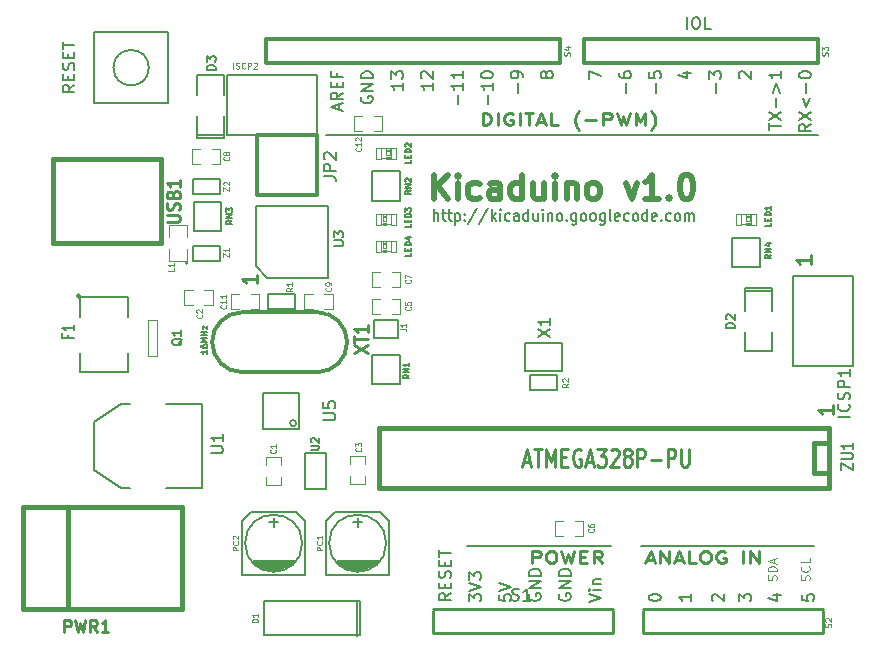
<source format=gto>
G04 (created by PCBNEW (2013-07-07 BZR 4022)-stable) date Sun 28 Jul 2013 01:55:30 PM NZST*
%MOIN*%
G04 Gerber Fmt 3.4, Leading zero omitted, Abs format*
%FSLAX34Y34*%
G01*
G70*
G90*
G04 APERTURE LIST*
%ADD10C,0.00590551*%
%ADD11C,0.008*%
%ADD12C,0.02*%
%ADD13C,0.004*%
%ADD14C,0.005*%
%ADD15C,0.01*%
%ADD16C,0.015*%
%ADD17C,0.0047*%
%ADD18C,0.012*%
%ADD19C,0.0026*%
%ADD20C,0.0125*%
%ADD21C,0.006*%
%ADD22C,0.0039*%
%ADD23C,0.0045*%
%ADD24C,0.01125*%
%ADD25C,0.0043*%
%ADD26C,0.0051*%
G04 APERTURE END LIST*
G54D10*
G54D11*
X22583Y-16661D02*
X22583Y-16261D01*
X22733Y-16661D02*
X22733Y-16452D01*
X22716Y-16414D01*
X22683Y-16395D01*
X22633Y-16395D01*
X22600Y-16414D01*
X22583Y-16433D01*
X22850Y-16395D02*
X22983Y-16395D01*
X22900Y-16261D02*
X22900Y-16604D01*
X22916Y-16642D01*
X22950Y-16661D01*
X22983Y-16661D01*
X23050Y-16395D02*
X23183Y-16395D01*
X23100Y-16261D02*
X23100Y-16604D01*
X23116Y-16642D01*
X23150Y-16661D01*
X23183Y-16661D01*
X23300Y-16395D02*
X23300Y-16795D01*
X23300Y-16414D02*
X23333Y-16395D01*
X23400Y-16395D01*
X23433Y-16414D01*
X23450Y-16433D01*
X23466Y-16471D01*
X23466Y-16585D01*
X23450Y-16623D01*
X23433Y-16642D01*
X23400Y-16661D01*
X23333Y-16661D01*
X23300Y-16642D01*
X23616Y-16623D02*
X23633Y-16642D01*
X23616Y-16661D01*
X23599Y-16642D01*
X23616Y-16623D01*
X23616Y-16661D01*
X23616Y-16414D02*
X23633Y-16433D01*
X23616Y-16452D01*
X23599Y-16433D01*
X23616Y-16414D01*
X23616Y-16452D01*
X24033Y-16242D02*
X23733Y-16757D01*
X24399Y-16242D02*
X24099Y-16757D01*
X24516Y-16661D02*
X24516Y-16261D01*
X24549Y-16509D02*
X24649Y-16661D01*
X24649Y-16395D02*
X24516Y-16547D01*
X24799Y-16661D02*
X24799Y-16395D01*
X24799Y-16261D02*
X24783Y-16280D01*
X24799Y-16300D01*
X24816Y-16280D01*
X24799Y-16261D01*
X24799Y-16300D01*
X25116Y-16642D02*
X25083Y-16661D01*
X25016Y-16661D01*
X24983Y-16642D01*
X24966Y-16623D01*
X24949Y-16585D01*
X24949Y-16471D01*
X24966Y-16433D01*
X24983Y-16414D01*
X25016Y-16395D01*
X25083Y-16395D01*
X25116Y-16414D01*
X25416Y-16661D02*
X25416Y-16452D01*
X25399Y-16414D01*
X25366Y-16395D01*
X25299Y-16395D01*
X25266Y-16414D01*
X25416Y-16642D02*
X25383Y-16661D01*
X25299Y-16661D01*
X25266Y-16642D01*
X25249Y-16604D01*
X25249Y-16566D01*
X25266Y-16528D01*
X25299Y-16509D01*
X25383Y-16509D01*
X25416Y-16490D01*
X25733Y-16661D02*
X25733Y-16261D01*
X25733Y-16642D02*
X25699Y-16661D01*
X25633Y-16661D01*
X25599Y-16642D01*
X25583Y-16623D01*
X25566Y-16585D01*
X25566Y-16471D01*
X25583Y-16433D01*
X25599Y-16414D01*
X25633Y-16395D01*
X25699Y-16395D01*
X25733Y-16414D01*
X26049Y-16395D02*
X26049Y-16661D01*
X25899Y-16395D02*
X25899Y-16604D01*
X25916Y-16642D01*
X25949Y-16661D01*
X25999Y-16661D01*
X26033Y-16642D01*
X26049Y-16623D01*
X26216Y-16661D02*
X26216Y-16395D01*
X26216Y-16261D02*
X26199Y-16280D01*
X26216Y-16300D01*
X26233Y-16280D01*
X26216Y-16261D01*
X26216Y-16300D01*
X26383Y-16395D02*
X26383Y-16661D01*
X26383Y-16433D02*
X26399Y-16414D01*
X26433Y-16395D01*
X26483Y-16395D01*
X26516Y-16414D01*
X26533Y-16452D01*
X26533Y-16661D01*
X26749Y-16661D02*
X26716Y-16642D01*
X26699Y-16623D01*
X26683Y-16585D01*
X26683Y-16471D01*
X26699Y-16433D01*
X26716Y-16414D01*
X26749Y-16395D01*
X26799Y-16395D01*
X26833Y-16414D01*
X26849Y-16433D01*
X26866Y-16471D01*
X26866Y-16585D01*
X26849Y-16623D01*
X26833Y-16642D01*
X26799Y-16661D01*
X26749Y-16661D01*
X27016Y-16623D02*
X27033Y-16642D01*
X27016Y-16661D01*
X26999Y-16642D01*
X27016Y-16623D01*
X27016Y-16661D01*
X27333Y-16395D02*
X27333Y-16719D01*
X27316Y-16757D01*
X27299Y-16776D01*
X27266Y-16795D01*
X27216Y-16795D01*
X27183Y-16776D01*
X27333Y-16642D02*
X27299Y-16661D01*
X27233Y-16661D01*
X27199Y-16642D01*
X27183Y-16623D01*
X27166Y-16585D01*
X27166Y-16471D01*
X27183Y-16433D01*
X27199Y-16414D01*
X27233Y-16395D01*
X27299Y-16395D01*
X27333Y-16414D01*
X27549Y-16661D02*
X27516Y-16642D01*
X27499Y-16623D01*
X27483Y-16585D01*
X27483Y-16471D01*
X27499Y-16433D01*
X27516Y-16414D01*
X27549Y-16395D01*
X27599Y-16395D01*
X27633Y-16414D01*
X27649Y-16433D01*
X27666Y-16471D01*
X27666Y-16585D01*
X27649Y-16623D01*
X27633Y-16642D01*
X27599Y-16661D01*
X27549Y-16661D01*
X27866Y-16661D02*
X27833Y-16642D01*
X27816Y-16623D01*
X27799Y-16585D01*
X27799Y-16471D01*
X27816Y-16433D01*
X27833Y-16414D01*
X27866Y-16395D01*
X27916Y-16395D01*
X27949Y-16414D01*
X27966Y-16433D01*
X27983Y-16471D01*
X27983Y-16585D01*
X27966Y-16623D01*
X27949Y-16642D01*
X27916Y-16661D01*
X27866Y-16661D01*
X28283Y-16395D02*
X28283Y-16719D01*
X28266Y-16757D01*
X28249Y-16776D01*
X28216Y-16795D01*
X28166Y-16795D01*
X28133Y-16776D01*
X28283Y-16642D02*
X28249Y-16661D01*
X28183Y-16661D01*
X28149Y-16642D01*
X28133Y-16623D01*
X28116Y-16585D01*
X28116Y-16471D01*
X28133Y-16433D01*
X28149Y-16414D01*
X28183Y-16395D01*
X28249Y-16395D01*
X28283Y-16414D01*
X28499Y-16661D02*
X28466Y-16642D01*
X28449Y-16604D01*
X28449Y-16261D01*
X28766Y-16642D02*
X28733Y-16661D01*
X28666Y-16661D01*
X28633Y-16642D01*
X28616Y-16604D01*
X28616Y-16452D01*
X28633Y-16414D01*
X28666Y-16395D01*
X28733Y-16395D01*
X28766Y-16414D01*
X28783Y-16452D01*
X28783Y-16490D01*
X28616Y-16528D01*
X29083Y-16642D02*
X29049Y-16661D01*
X28983Y-16661D01*
X28949Y-16642D01*
X28933Y-16623D01*
X28916Y-16585D01*
X28916Y-16471D01*
X28933Y-16433D01*
X28949Y-16414D01*
X28983Y-16395D01*
X29049Y-16395D01*
X29083Y-16414D01*
X29283Y-16661D02*
X29249Y-16642D01*
X29233Y-16623D01*
X29216Y-16585D01*
X29216Y-16471D01*
X29233Y-16433D01*
X29249Y-16414D01*
X29283Y-16395D01*
X29333Y-16395D01*
X29366Y-16414D01*
X29383Y-16433D01*
X29399Y-16471D01*
X29399Y-16585D01*
X29383Y-16623D01*
X29366Y-16642D01*
X29333Y-16661D01*
X29283Y-16661D01*
X29699Y-16661D02*
X29699Y-16261D01*
X29699Y-16642D02*
X29666Y-16661D01*
X29599Y-16661D01*
X29566Y-16642D01*
X29549Y-16623D01*
X29533Y-16585D01*
X29533Y-16471D01*
X29549Y-16433D01*
X29566Y-16414D01*
X29599Y-16395D01*
X29666Y-16395D01*
X29699Y-16414D01*
X29999Y-16642D02*
X29966Y-16661D01*
X29899Y-16661D01*
X29866Y-16642D01*
X29849Y-16604D01*
X29849Y-16452D01*
X29866Y-16414D01*
X29899Y-16395D01*
X29966Y-16395D01*
X29999Y-16414D01*
X30016Y-16452D01*
X30016Y-16490D01*
X29849Y-16528D01*
X30166Y-16623D02*
X30183Y-16642D01*
X30166Y-16661D01*
X30149Y-16642D01*
X30166Y-16623D01*
X30166Y-16661D01*
X30483Y-16642D02*
X30449Y-16661D01*
X30383Y-16661D01*
X30349Y-16642D01*
X30333Y-16623D01*
X30316Y-16585D01*
X30316Y-16471D01*
X30333Y-16433D01*
X30349Y-16414D01*
X30383Y-16395D01*
X30449Y-16395D01*
X30483Y-16414D01*
X30683Y-16661D02*
X30649Y-16642D01*
X30633Y-16623D01*
X30616Y-16585D01*
X30616Y-16471D01*
X30633Y-16433D01*
X30649Y-16414D01*
X30683Y-16395D01*
X30733Y-16395D01*
X30766Y-16414D01*
X30783Y-16433D01*
X30799Y-16471D01*
X30799Y-16585D01*
X30783Y-16623D01*
X30766Y-16642D01*
X30733Y-16661D01*
X30683Y-16661D01*
X30949Y-16661D02*
X30949Y-16395D01*
X30949Y-16433D02*
X30966Y-16414D01*
X30999Y-16395D01*
X31049Y-16395D01*
X31083Y-16414D01*
X31099Y-16452D01*
X31099Y-16661D01*
X31099Y-16452D02*
X31116Y-16414D01*
X31149Y-16395D01*
X31199Y-16395D01*
X31233Y-16414D01*
X31249Y-16452D01*
X31249Y-16661D01*
G54D12*
X22595Y-15923D02*
X22595Y-15123D01*
X23052Y-15923D02*
X22709Y-15466D01*
X23052Y-15123D02*
X22595Y-15580D01*
X23395Y-15923D02*
X23395Y-15390D01*
X23395Y-15123D02*
X23357Y-15161D01*
X23395Y-15200D01*
X23433Y-15161D01*
X23395Y-15123D01*
X23395Y-15200D01*
X24119Y-15885D02*
X24042Y-15923D01*
X23890Y-15923D01*
X23814Y-15885D01*
X23776Y-15847D01*
X23738Y-15771D01*
X23738Y-15542D01*
X23776Y-15466D01*
X23814Y-15428D01*
X23890Y-15390D01*
X24042Y-15390D01*
X24119Y-15428D01*
X24804Y-15923D02*
X24804Y-15504D01*
X24766Y-15428D01*
X24690Y-15390D01*
X24538Y-15390D01*
X24461Y-15428D01*
X24804Y-15885D02*
X24728Y-15923D01*
X24538Y-15923D01*
X24461Y-15885D01*
X24423Y-15809D01*
X24423Y-15733D01*
X24461Y-15657D01*
X24538Y-15619D01*
X24728Y-15619D01*
X24804Y-15580D01*
X25528Y-15923D02*
X25528Y-15123D01*
X25528Y-15885D02*
X25452Y-15923D01*
X25300Y-15923D01*
X25223Y-15885D01*
X25185Y-15847D01*
X25147Y-15771D01*
X25147Y-15542D01*
X25185Y-15466D01*
X25223Y-15428D01*
X25300Y-15390D01*
X25452Y-15390D01*
X25528Y-15428D01*
X26252Y-15390D02*
X26252Y-15923D01*
X25909Y-15390D02*
X25909Y-15809D01*
X25947Y-15885D01*
X26023Y-15923D01*
X26138Y-15923D01*
X26214Y-15885D01*
X26252Y-15847D01*
X26633Y-15923D02*
X26633Y-15390D01*
X26633Y-15123D02*
X26595Y-15161D01*
X26633Y-15200D01*
X26671Y-15161D01*
X26633Y-15123D01*
X26633Y-15200D01*
X27014Y-15390D02*
X27014Y-15923D01*
X27014Y-15466D02*
X27052Y-15428D01*
X27128Y-15390D01*
X27242Y-15390D01*
X27319Y-15428D01*
X27357Y-15504D01*
X27357Y-15923D01*
X27852Y-15923D02*
X27776Y-15885D01*
X27738Y-15847D01*
X27700Y-15771D01*
X27700Y-15542D01*
X27738Y-15466D01*
X27776Y-15428D01*
X27852Y-15390D01*
X27966Y-15390D01*
X28042Y-15428D01*
X28080Y-15466D01*
X28119Y-15542D01*
X28119Y-15771D01*
X28080Y-15847D01*
X28042Y-15885D01*
X27966Y-15923D01*
X27852Y-15923D01*
X28995Y-15390D02*
X29185Y-15923D01*
X29376Y-15390D01*
X30099Y-15923D02*
X29642Y-15923D01*
X29871Y-15923D02*
X29871Y-15123D01*
X29795Y-15238D01*
X29719Y-15314D01*
X29642Y-15352D01*
X30442Y-15847D02*
X30480Y-15885D01*
X30442Y-15923D01*
X30404Y-15885D01*
X30442Y-15847D01*
X30442Y-15923D01*
X30976Y-15123D02*
X31052Y-15123D01*
X31128Y-15161D01*
X31166Y-15200D01*
X31204Y-15276D01*
X31242Y-15428D01*
X31242Y-15619D01*
X31204Y-15771D01*
X31166Y-15847D01*
X31128Y-15885D01*
X31052Y-15923D01*
X30976Y-15923D01*
X30899Y-15885D01*
X30861Y-15847D01*
X30823Y-15771D01*
X30785Y-15619D01*
X30785Y-15428D01*
X30823Y-15276D01*
X30861Y-15200D01*
X30899Y-15161D01*
X30976Y-15123D01*
G54D13*
X35107Y-28642D02*
X35121Y-28600D01*
X35121Y-28528D01*
X35107Y-28500D01*
X35092Y-28485D01*
X35064Y-28471D01*
X35035Y-28471D01*
X35007Y-28485D01*
X34992Y-28500D01*
X34978Y-28528D01*
X34964Y-28585D01*
X34950Y-28614D01*
X34935Y-28628D01*
X34907Y-28642D01*
X34878Y-28642D01*
X34850Y-28628D01*
X34835Y-28614D01*
X34821Y-28585D01*
X34821Y-28514D01*
X34835Y-28471D01*
X35092Y-28171D02*
X35107Y-28185D01*
X35121Y-28228D01*
X35121Y-28257D01*
X35107Y-28300D01*
X35078Y-28328D01*
X35050Y-28342D01*
X34992Y-28357D01*
X34950Y-28357D01*
X34892Y-28342D01*
X34864Y-28328D01*
X34835Y-28300D01*
X34821Y-28257D01*
X34821Y-28228D01*
X34835Y-28185D01*
X34850Y-28171D01*
X35121Y-27900D02*
X35121Y-28042D01*
X34821Y-28042D01*
X34007Y-28642D02*
X34021Y-28600D01*
X34021Y-28528D01*
X34007Y-28500D01*
X33992Y-28485D01*
X33964Y-28471D01*
X33935Y-28471D01*
X33907Y-28485D01*
X33892Y-28500D01*
X33878Y-28528D01*
X33864Y-28585D01*
X33850Y-28614D01*
X33835Y-28628D01*
X33807Y-28642D01*
X33778Y-28642D01*
X33750Y-28628D01*
X33735Y-28614D01*
X33721Y-28585D01*
X33721Y-28514D01*
X33735Y-28471D01*
X34021Y-28342D02*
X33721Y-28342D01*
X33721Y-28271D01*
X33735Y-28228D01*
X33764Y-28200D01*
X33792Y-28185D01*
X33850Y-28171D01*
X33892Y-28171D01*
X33950Y-28185D01*
X33978Y-28200D01*
X34007Y-28228D01*
X34021Y-28271D01*
X34021Y-28342D01*
X33935Y-28057D02*
X33935Y-27914D01*
X34021Y-28085D02*
X33721Y-27985D01*
X34021Y-27885D01*
G54D14*
X28500Y-27500D02*
X23700Y-27500D01*
G54D15*
X25871Y-28061D02*
X25871Y-27661D01*
X26061Y-27661D01*
X26109Y-27680D01*
X26133Y-27700D01*
X26157Y-27738D01*
X26157Y-27795D01*
X26133Y-27833D01*
X26109Y-27852D01*
X26061Y-27871D01*
X25871Y-27871D01*
X26466Y-27661D02*
X26561Y-27661D01*
X26609Y-27680D01*
X26657Y-27719D01*
X26680Y-27795D01*
X26680Y-27928D01*
X26657Y-28004D01*
X26609Y-28042D01*
X26561Y-28061D01*
X26466Y-28061D01*
X26419Y-28042D01*
X26371Y-28004D01*
X26347Y-27928D01*
X26347Y-27795D01*
X26371Y-27719D01*
X26419Y-27680D01*
X26466Y-27661D01*
X26847Y-27661D02*
X26966Y-28061D01*
X27061Y-27776D01*
X27157Y-28061D01*
X27276Y-27661D01*
X27466Y-27852D02*
X27633Y-27852D01*
X27704Y-28061D02*
X27466Y-28061D01*
X27466Y-27661D01*
X27704Y-27661D01*
X28204Y-28061D02*
X28038Y-27871D01*
X27919Y-28061D02*
X27919Y-27661D01*
X28109Y-27661D01*
X28157Y-27680D01*
X28180Y-27700D01*
X28204Y-27738D01*
X28204Y-27795D01*
X28180Y-27833D01*
X28157Y-27852D01*
X28109Y-27871D01*
X27919Y-27871D01*
G54D14*
X29500Y-27500D02*
X35250Y-27500D01*
G54D15*
X29695Y-27947D02*
X29933Y-27947D01*
X29647Y-28061D02*
X29814Y-27661D01*
X29980Y-28061D01*
X30147Y-28061D02*
X30147Y-27661D01*
X30433Y-28061D01*
X30433Y-27661D01*
X30647Y-27947D02*
X30885Y-27947D01*
X30599Y-28061D02*
X30766Y-27661D01*
X30933Y-28061D01*
X31338Y-28061D02*
X31099Y-28061D01*
X31099Y-27661D01*
X31599Y-27661D02*
X31695Y-27661D01*
X31742Y-27680D01*
X31790Y-27719D01*
X31814Y-27795D01*
X31814Y-27928D01*
X31790Y-28004D01*
X31742Y-28042D01*
X31695Y-28061D01*
X31599Y-28061D01*
X31552Y-28042D01*
X31504Y-28004D01*
X31480Y-27928D01*
X31480Y-27795D01*
X31504Y-27719D01*
X31552Y-27680D01*
X31599Y-27661D01*
X32290Y-27680D02*
X32242Y-27661D01*
X32171Y-27661D01*
X32099Y-27680D01*
X32052Y-27719D01*
X32028Y-27757D01*
X32004Y-27833D01*
X32004Y-27890D01*
X32028Y-27966D01*
X32052Y-28004D01*
X32099Y-28042D01*
X32171Y-28061D01*
X32219Y-28061D01*
X32290Y-28042D01*
X32314Y-28023D01*
X32314Y-27890D01*
X32219Y-27890D01*
X32909Y-28061D02*
X32909Y-27661D01*
X33147Y-28061D02*
X33147Y-27661D01*
X33433Y-28061D01*
X33433Y-27661D01*
G54D14*
X35400Y-13800D02*
X19000Y-13800D01*
G54D15*
X24219Y-13461D02*
X24219Y-13061D01*
X24338Y-13061D01*
X24409Y-13080D01*
X24457Y-13119D01*
X24480Y-13157D01*
X24504Y-13233D01*
X24504Y-13290D01*
X24480Y-13366D01*
X24457Y-13404D01*
X24409Y-13442D01*
X24338Y-13461D01*
X24219Y-13461D01*
X24719Y-13461D02*
X24719Y-13061D01*
X25219Y-13080D02*
X25171Y-13061D01*
X25100Y-13061D01*
X25028Y-13080D01*
X24980Y-13119D01*
X24957Y-13157D01*
X24933Y-13233D01*
X24933Y-13290D01*
X24957Y-13366D01*
X24980Y-13404D01*
X25028Y-13442D01*
X25100Y-13461D01*
X25147Y-13461D01*
X25219Y-13442D01*
X25242Y-13423D01*
X25242Y-13290D01*
X25147Y-13290D01*
X25457Y-13461D02*
X25457Y-13061D01*
X25623Y-13061D02*
X25909Y-13061D01*
X25766Y-13461D02*
X25766Y-13061D01*
X26052Y-13347D02*
X26290Y-13347D01*
X26004Y-13461D02*
X26171Y-13061D01*
X26338Y-13461D01*
X26742Y-13461D02*
X26504Y-13461D01*
X26504Y-13061D01*
X27433Y-13614D02*
X27409Y-13595D01*
X27361Y-13538D01*
X27338Y-13500D01*
X27314Y-13442D01*
X27290Y-13347D01*
X27290Y-13271D01*
X27314Y-13176D01*
X27338Y-13119D01*
X27361Y-13080D01*
X27409Y-13023D01*
X27433Y-13004D01*
X27623Y-13309D02*
X28004Y-13309D01*
X28242Y-13461D02*
X28242Y-13061D01*
X28433Y-13061D01*
X28480Y-13080D01*
X28504Y-13100D01*
X28528Y-13138D01*
X28528Y-13195D01*
X28504Y-13233D01*
X28480Y-13252D01*
X28433Y-13271D01*
X28242Y-13271D01*
X28695Y-13061D02*
X28814Y-13461D01*
X28909Y-13176D01*
X29004Y-13461D01*
X29123Y-13061D01*
X29314Y-13461D02*
X29314Y-13061D01*
X29480Y-13347D01*
X29647Y-13061D01*
X29647Y-13461D01*
X29838Y-13614D02*
X29861Y-13595D01*
X29909Y-13538D01*
X29933Y-13500D01*
X29957Y-13442D01*
X29980Y-13347D01*
X29980Y-13271D01*
X29957Y-13176D01*
X29933Y-13119D01*
X29909Y-13080D01*
X29861Y-13023D01*
X29838Y-13004D01*
G54D11*
X23161Y-29076D02*
X22971Y-29209D01*
X23161Y-29304D02*
X22761Y-29304D01*
X22761Y-29152D01*
X22780Y-29114D01*
X22800Y-29095D01*
X22838Y-29076D01*
X22895Y-29076D01*
X22933Y-29095D01*
X22952Y-29114D01*
X22971Y-29152D01*
X22971Y-29304D01*
X22952Y-28904D02*
X22952Y-28771D01*
X23161Y-28714D02*
X23161Y-28904D01*
X22761Y-28904D01*
X22761Y-28714D01*
X23142Y-28561D02*
X23161Y-28504D01*
X23161Y-28409D01*
X23142Y-28371D01*
X23123Y-28352D01*
X23085Y-28333D01*
X23047Y-28333D01*
X23009Y-28352D01*
X22990Y-28371D01*
X22971Y-28409D01*
X22952Y-28485D01*
X22933Y-28523D01*
X22914Y-28542D01*
X22876Y-28561D01*
X22838Y-28561D01*
X22800Y-28542D01*
X22780Y-28523D01*
X22761Y-28485D01*
X22761Y-28390D01*
X22780Y-28333D01*
X22952Y-28161D02*
X22952Y-28028D01*
X23161Y-27971D02*
X23161Y-28161D01*
X22761Y-28161D01*
X22761Y-27971D01*
X22761Y-27857D02*
X22761Y-27628D01*
X23161Y-27742D02*
X22761Y-27742D01*
X23761Y-29342D02*
X23761Y-29095D01*
X23914Y-29228D01*
X23914Y-29171D01*
X23933Y-29133D01*
X23952Y-29114D01*
X23990Y-29095D01*
X24085Y-29095D01*
X24123Y-29114D01*
X24142Y-29133D01*
X24161Y-29171D01*
X24161Y-29285D01*
X24142Y-29323D01*
X24123Y-29342D01*
X23761Y-28980D02*
X24161Y-28847D01*
X23761Y-28714D01*
X23761Y-28619D02*
X23761Y-28371D01*
X23914Y-28504D01*
X23914Y-28447D01*
X23933Y-28409D01*
X23952Y-28390D01*
X23990Y-28371D01*
X24085Y-28371D01*
X24123Y-28390D01*
X24142Y-28409D01*
X24161Y-28447D01*
X24161Y-28561D01*
X24142Y-28600D01*
X24123Y-28619D01*
X24761Y-29114D02*
X24761Y-29304D01*
X24952Y-29323D01*
X24933Y-29304D01*
X24914Y-29266D01*
X24914Y-29171D01*
X24933Y-29133D01*
X24952Y-29114D01*
X24990Y-29095D01*
X25085Y-29095D01*
X25123Y-29114D01*
X25142Y-29133D01*
X25161Y-29171D01*
X25161Y-29266D01*
X25142Y-29304D01*
X25123Y-29323D01*
X24761Y-28980D02*
X25161Y-28847D01*
X24761Y-28714D01*
X25780Y-29095D02*
X25761Y-29133D01*
X25761Y-29190D01*
X25780Y-29247D01*
X25819Y-29285D01*
X25857Y-29304D01*
X25933Y-29323D01*
X25990Y-29323D01*
X26066Y-29304D01*
X26104Y-29285D01*
X26142Y-29247D01*
X26161Y-29190D01*
X26161Y-29152D01*
X26142Y-29095D01*
X26123Y-29076D01*
X25990Y-29076D01*
X25990Y-29152D01*
X26161Y-28904D02*
X25761Y-28904D01*
X26161Y-28676D01*
X25761Y-28676D01*
X26161Y-28485D02*
X25761Y-28485D01*
X25761Y-28390D01*
X25780Y-28333D01*
X25819Y-28295D01*
X25857Y-28276D01*
X25933Y-28257D01*
X25990Y-28257D01*
X26066Y-28276D01*
X26104Y-28295D01*
X26142Y-28333D01*
X26161Y-28390D01*
X26161Y-28485D01*
X26780Y-29095D02*
X26761Y-29133D01*
X26761Y-29190D01*
X26780Y-29247D01*
X26819Y-29285D01*
X26857Y-29304D01*
X26933Y-29323D01*
X26990Y-29323D01*
X27066Y-29304D01*
X27104Y-29285D01*
X27142Y-29247D01*
X27161Y-29190D01*
X27161Y-29152D01*
X27142Y-29095D01*
X27123Y-29076D01*
X26990Y-29076D01*
X26990Y-29152D01*
X27161Y-28904D02*
X26761Y-28904D01*
X27161Y-28676D01*
X26761Y-28676D01*
X27161Y-28485D02*
X26761Y-28485D01*
X26761Y-28390D01*
X26780Y-28333D01*
X26819Y-28295D01*
X26857Y-28276D01*
X26933Y-28257D01*
X26990Y-28257D01*
X27066Y-28276D01*
X27104Y-28295D01*
X27142Y-28333D01*
X27161Y-28390D01*
X27161Y-28485D01*
X27761Y-29361D02*
X28161Y-29228D01*
X27761Y-29095D01*
X28161Y-28961D02*
X27895Y-28961D01*
X27761Y-28961D02*
X27780Y-28980D01*
X27800Y-28961D01*
X27780Y-28942D01*
X27761Y-28961D01*
X27800Y-28961D01*
X27895Y-28771D02*
X28161Y-28771D01*
X27933Y-28771D02*
X27914Y-28752D01*
X27895Y-28714D01*
X27895Y-28657D01*
X27914Y-28619D01*
X27952Y-28600D01*
X28161Y-28600D01*
X29761Y-29228D02*
X29761Y-29190D01*
X29780Y-29152D01*
X29800Y-29133D01*
X29838Y-29114D01*
X29914Y-29095D01*
X30009Y-29095D01*
X30085Y-29114D01*
X30123Y-29133D01*
X30142Y-29152D01*
X30161Y-29190D01*
X30161Y-29228D01*
X30142Y-29266D01*
X30123Y-29285D01*
X30085Y-29304D01*
X30009Y-29323D01*
X29914Y-29323D01*
X29838Y-29304D01*
X29800Y-29285D01*
X29780Y-29266D01*
X29761Y-29228D01*
X31161Y-29095D02*
X31161Y-29323D01*
X31161Y-29209D02*
X30761Y-29209D01*
X30819Y-29247D01*
X30857Y-29285D01*
X30876Y-29323D01*
X31900Y-29323D02*
X31880Y-29304D01*
X31861Y-29266D01*
X31861Y-29171D01*
X31880Y-29133D01*
X31900Y-29114D01*
X31938Y-29095D01*
X31976Y-29095D01*
X32033Y-29114D01*
X32261Y-29342D01*
X32261Y-29095D01*
X32761Y-29342D02*
X32761Y-29095D01*
X32914Y-29228D01*
X32914Y-29171D01*
X32933Y-29133D01*
X32952Y-29114D01*
X32990Y-29095D01*
X33085Y-29095D01*
X33123Y-29114D01*
X33142Y-29133D01*
X33161Y-29171D01*
X33161Y-29285D01*
X33142Y-29323D01*
X33123Y-29342D01*
X33895Y-29133D02*
X34161Y-29133D01*
X33742Y-29228D02*
X34028Y-29323D01*
X34028Y-29076D01*
X34861Y-29114D02*
X34861Y-29304D01*
X35052Y-29323D01*
X35033Y-29304D01*
X35014Y-29266D01*
X35014Y-29171D01*
X35033Y-29133D01*
X35052Y-29114D01*
X35090Y-29095D01*
X35185Y-29095D01*
X35223Y-29114D01*
X35242Y-29133D01*
X35261Y-29171D01*
X35261Y-29266D01*
X35242Y-29304D01*
X35223Y-29323D01*
X35161Y-13428D02*
X34971Y-13561D01*
X35161Y-13657D02*
X34761Y-13657D01*
X34761Y-13504D01*
X34780Y-13466D01*
X34800Y-13447D01*
X34838Y-13428D01*
X34895Y-13428D01*
X34933Y-13447D01*
X34952Y-13466D01*
X34971Y-13504D01*
X34971Y-13657D01*
X34761Y-13295D02*
X35161Y-13028D01*
X34761Y-13028D02*
X35161Y-13295D01*
X34895Y-12571D02*
X35009Y-12876D01*
X35123Y-12571D01*
X35009Y-12380D02*
X35009Y-12076D01*
X34761Y-11809D02*
X34761Y-11771D01*
X34780Y-11733D01*
X34800Y-11714D01*
X34838Y-11695D01*
X34914Y-11676D01*
X35009Y-11676D01*
X35085Y-11695D01*
X35123Y-11714D01*
X35142Y-11733D01*
X35161Y-11771D01*
X35161Y-11809D01*
X35142Y-11847D01*
X35123Y-11866D01*
X35085Y-11885D01*
X35009Y-11904D01*
X34914Y-11904D01*
X34838Y-11885D01*
X34800Y-11866D01*
X34780Y-11847D01*
X34761Y-11809D01*
X33761Y-13619D02*
X33761Y-13390D01*
X34161Y-13504D02*
X33761Y-13504D01*
X33761Y-13295D02*
X34161Y-13028D01*
X33761Y-13028D02*
X34161Y-13295D01*
X34009Y-12876D02*
X34009Y-12571D01*
X33895Y-12380D02*
X34009Y-12076D01*
X34123Y-12380D01*
X34161Y-11676D02*
X34161Y-11904D01*
X34161Y-11790D02*
X33761Y-11790D01*
X33819Y-11828D01*
X33857Y-11866D01*
X33876Y-11904D01*
X32800Y-11904D02*
X32780Y-11885D01*
X32761Y-11847D01*
X32761Y-11752D01*
X32780Y-11714D01*
X32800Y-11695D01*
X32838Y-11676D01*
X32876Y-11676D01*
X32933Y-11695D01*
X33161Y-11923D01*
X33161Y-11676D01*
X32009Y-12380D02*
X32009Y-12076D01*
X31761Y-11923D02*
X31761Y-11676D01*
X31914Y-11809D01*
X31914Y-11752D01*
X31933Y-11714D01*
X31952Y-11695D01*
X31990Y-11676D01*
X32085Y-11676D01*
X32123Y-11695D01*
X32142Y-11714D01*
X32161Y-11752D01*
X32161Y-11866D01*
X32142Y-11904D01*
X32123Y-11923D01*
X30895Y-11714D02*
X31161Y-11714D01*
X30742Y-11809D02*
X31028Y-11904D01*
X31028Y-11657D01*
X30009Y-12380D02*
X30009Y-12076D01*
X29761Y-11695D02*
X29761Y-11885D01*
X29952Y-11904D01*
X29933Y-11885D01*
X29914Y-11847D01*
X29914Y-11752D01*
X29933Y-11714D01*
X29952Y-11695D01*
X29990Y-11676D01*
X30085Y-11676D01*
X30123Y-11695D01*
X30142Y-11714D01*
X30161Y-11752D01*
X30161Y-11847D01*
X30142Y-11885D01*
X30123Y-11904D01*
X29009Y-12380D02*
X29009Y-12076D01*
X28761Y-11714D02*
X28761Y-11790D01*
X28780Y-11828D01*
X28800Y-11847D01*
X28857Y-11885D01*
X28933Y-11904D01*
X29085Y-11904D01*
X29123Y-11885D01*
X29142Y-11866D01*
X29161Y-11828D01*
X29161Y-11752D01*
X29142Y-11714D01*
X29123Y-11695D01*
X29085Y-11676D01*
X28990Y-11676D01*
X28952Y-11695D01*
X28933Y-11714D01*
X28914Y-11752D01*
X28914Y-11828D01*
X28933Y-11866D01*
X28952Y-11885D01*
X28990Y-11904D01*
X27761Y-11923D02*
X27761Y-11657D01*
X28161Y-11828D01*
X26333Y-11828D02*
X26314Y-11866D01*
X26295Y-11885D01*
X26257Y-11904D01*
X26238Y-11904D01*
X26200Y-11885D01*
X26180Y-11866D01*
X26161Y-11828D01*
X26161Y-11752D01*
X26180Y-11714D01*
X26200Y-11695D01*
X26238Y-11676D01*
X26257Y-11676D01*
X26295Y-11695D01*
X26314Y-11714D01*
X26333Y-11752D01*
X26333Y-11828D01*
X26352Y-11866D01*
X26371Y-11885D01*
X26409Y-11904D01*
X26485Y-11904D01*
X26523Y-11885D01*
X26542Y-11866D01*
X26561Y-11828D01*
X26561Y-11752D01*
X26542Y-11714D01*
X26523Y-11695D01*
X26485Y-11676D01*
X26409Y-11676D01*
X26371Y-11695D01*
X26352Y-11714D01*
X26333Y-11752D01*
X25409Y-12380D02*
X25409Y-12076D01*
X25561Y-11866D02*
X25561Y-11790D01*
X25542Y-11752D01*
X25523Y-11733D01*
X25466Y-11695D01*
X25390Y-11676D01*
X25238Y-11676D01*
X25200Y-11695D01*
X25180Y-11714D01*
X25161Y-11752D01*
X25161Y-11828D01*
X25180Y-11866D01*
X25200Y-11885D01*
X25238Y-11904D01*
X25333Y-11904D01*
X25371Y-11885D01*
X25390Y-11866D01*
X25409Y-11828D01*
X25409Y-11752D01*
X25390Y-11714D01*
X25371Y-11695D01*
X25333Y-11676D01*
X24409Y-12761D02*
X24409Y-12457D01*
X24561Y-12057D02*
X24561Y-12285D01*
X24561Y-12171D02*
X24161Y-12171D01*
X24219Y-12209D01*
X24257Y-12247D01*
X24276Y-12285D01*
X24161Y-11809D02*
X24161Y-11771D01*
X24180Y-11733D01*
X24200Y-11714D01*
X24238Y-11695D01*
X24314Y-11676D01*
X24409Y-11676D01*
X24485Y-11695D01*
X24523Y-11714D01*
X24542Y-11733D01*
X24561Y-11771D01*
X24561Y-11809D01*
X24542Y-11847D01*
X24523Y-11866D01*
X24485Y-11885D01*
X24409Y-11904D01*
X24314Y-11904D01*
X24238Y-11885D01*
X24200Y-11866D01*
X24180Y-11847D01*
X24161Y-11809D01*
X23409Y-12761D02*
X23409Y-12457D01*
X23561Y-12057D02*
X23561Y-12285D01*
X23561Y-12171D02*
X23161Y-12171D01*
X23219Y-12209D01*
X23257Y-12247D01*
X23276Y-12285D01*
X23561Y-11676D02*
X23561Y-11904D01*
X23561Y-11790D02*
X23161Y-11790D01*
X23219Y-11828D01*
X23257Y-11866D01*
X23276Y-11904D01*
X22561Y-12057D02*
X22561Y-12285D01*
X22561Y-12171D02*
X22161Y-12171D01*
X22219Y-12209D01*
X22257Y-12247D01*
X22276Y-12285D01*
X22200Y-11904D02*
X22180Y-11885D01*
X22161Y-11847D01*
X22161Y-11752D01*
X22180Y-11714D01*
X22200Y-11695D01*
X22238Y-11676D01*
X22276Y-11676D01*
X22333Y-11695D01*
X22561Y-11923D01*
X22561Y-11676D01*
X21561Y-12057D02*
X21561Y-12285D01*
X21561Y-12171D02*
X21161Y-12171D01*
X21219Y-12209D01*
X21257Y-12247D01*
X21276Y-12285D01*
X21161Y-11923D02*
X21161Y-11676D01*
X21314Y-11809D01*
X21314Y-11752D01*
X21333Y-11714D01*
X21352Y-11695D01*
X21390Y-11676D01*
X21485Y-11676D01*
X21523Y-11695D01*
X21542Y-11714D01*
X21561Y-11752D01*
X21561Y-11866D01*
X21542Y-11904D01*
X21523Y-11923D01*
X20180Y-12514D02*
X20161Y-12552D01*
X20161Y-12609D01*
X20180Y-12666D01*
X20219Y-12704D01*
X20257Y-12723D01*
X20333Y-12742D01*
X20390Y-12742D01*
X20466Y-12723D01*
X20504Y-12704D01*
X20542Y-12666D01*
X20561Y-12609D01*
X20561Y-12571D01*
X20542Y-12514D01*
X20523Y-12495D01*
X20390Y-12495D01*
X20390Y-12571D01*
X20561Y-12323D02*
X20161Y-12323D01*
X20561Y-12095D01*
X20161Y-12095D01*
X20561Y-11904D02*
X20161Y-11904D01*
X20161Y-11809D01*
X20180Y-11752D01*
X20219Y-11714D01*
X20257Y-11695D01*
X20333Y-11676D01*
X20390Y-11676D01*
X20466Y-11695D01*
X20504Y-11714D01*
X20542Y-11752D01*
X20561Y-11809D01*
X20561Y-11904D01*
X19447Y-12971D02*
X19447Y-12780D01*
X19561Y-13009D02*
X19161Y-12876D01*
X19561Y-12742D01*
X19561Y-12380D02*
X19371Y-12514D01*
X19561Y-12609D02*
X19161Y-12609D01*
X19161Y-12457D01*
X19180Y-12419D01*
X19200Y-12400D01*
X19238Y-12380D01*
X19295Y-12380D01*
X19333Y-12400D01*
X19352Y-12419D01*
X19371Y-12457D01*
X19371Y-12609D01*
X19352Y-12209D02*
X19352Y-12076D01*
X19561Y-12019D02*
X19561Y-12209D01*
X19161Y-12209D01*
X19161Y-12019D01*
X19352Y-11714D02*
X19352Y-11847D01*
X19561Y-11847D02*
X19161Y-11847D01*
X19161Y-11657D01*
G54D15*
X35902Y-22807D02*
X35902Y-23092D01*
X35902Y-22950D02*
X35402Y-22950D01*
X35473Y-22997D01*
X35521Y-23045D01*
X35545Y-23092D01*
X16702Y-18457D02*
X16702Y-18742D01*
X16702Y-18600D02*
X16202Y-18600D01*
X16273Y-18647D01*
X16321Y-18695D01*
X16345Y-18742D01*
X35152Y-17807D02*
X35152Y-18092D01*
X35152Y-17950D02*
X34652Y-17950D01*
X34723Y-17997D01*
X34771Y-18045D01*
X34795Y-18092D01*
G54D11*
X15700Y-11800D02*
X18700Y-11800D01*
X18700Y-13800D02*
X15700Y-13800D01*
X15700Y-13800D02*
X15700Y-11800D01*
X18700Y-11800D02*
X18700Y-13800D01*
G54D16*
X13505Y-17398D02*
X13505Y-14602D01*
X13505Y-14602D02*
X9883Y-14602D01*
X9883Y-14602D02*
X9883Y-17398D01*
X9883Y-17398D02*
X13505Y-17398D01*
G54D10*
X13090Y-11550D02*
G75*
G03X13090Y-11550I-590J0D01*
G74*
G01*
X11279Y-10368D02*
X13720Y-10368D01*
X13720Y-10368D02*
X13720Y-12731D01*
X13720Y-12731D02*
X11279Y-12731D01*
X11279Y-12731D02*
X11279Y-10368D01*
G54D14*
X19000Y-25600D02*
X18300Y-25600D01*
X18300Y-25600D02*
X18300Y-24400D01*
X18300Y-24400D02*
X19000Y-24400D01*
X19000Y-24400D02*
X19000Y-25600D01*
G54D11*
X13650Y-25550D02*
X14850Y-25550D01*
X14850Y-25550D02*
X14850Y-22750D01*
X14850Y-22750D02*
X13650Y-22750D01*
X12450Y-25550D02*
X12150Y-25550D01*
X12150Y-25550D02*
X11250Y-24950D01*
X11250Y-24950D02*
X11250Y-23350D01*
X11250Y-23350D02*
X12150Y-22750D01*
X12150Y-22750D02*
X12450Y-22750D01*
G54D14*
X10820Y-19150D02*
G75*
G03X10820Y-19150I-70J0D01*
G74*
G01*
X10800Y-21050D02*
X10800Y-21700D01*
X10800Y-21700D02*
X12400Y-21700D01*
X12400Y-21700D02*
X12400Y-21050D01*
X12400Y-19850D02*
X12400Y-19200D01*
X12400Y-19200D02*
X10800Y-19200D01*
X10800Y-19200D02*
X10800Y-19850D01*
X33850Y-19000D02*
X33850Y-18900D01*
X33850Y-18900D02*
X32950Y-18900D01*
X32950Y-18900D02*
X32950Y-19000D01*
X33850Y-19000D02*
X32950Y-19000D01*
X32950Y-19000D02*
X32950Y-19650D01*
X33850Y-20350D02*
X33850Y-21000D01*
X33850Y-21000D02*
X32950Y-21000D01*
X32950Y-21000D02*
X32950Y-20350D01*
X33850Y-19650D02*
X33850Y-19000D01*
X14700Y-13800D02*
X14700Y-13900D01*
X14700Y-13900D02*
X15600Y-13900D01*
X15600Y-13900D02*
X15600Y-13800D01*
X14700Y-13800D02*
X15600Y-13800D01*
X15600Y-13800D02*
X15600Y-13150D01*
X14700Y-12450D02*
X14700Y-11800D01*
X14700Y-11800D02*
X15600Y-11800D01*
X15600Y-11800D02*
X15600Y-12450D01*
X14700Y-13150D02*
X14700Y-13800D01*
G54D17*
X21197Y-19756D02*
X21472Y-19756D01*
X20803Y-19756D02*
X20528Y-19756D01*
X21197Y-19244D02*
X21472Y-19244D01*
X20528Y-19244D02*
X20803Y-19244D01*
X21472Y-19250D02*
X21472Y-19750D01*
X20528Y-19750D02*
X20528Y-19250D01*
X21197Y-18856D02*
X21472Y-18856D01*
X20803Y-18856D02*
X20528Y-18856D01*
X21197Y-18344D02*
X21472Y-18344D01*
X20528Y-18344D02*
X20803Y-18344D01*
X21472Y-18350D02*
X21472Y-18850D01*
X20528Y-18850D02*
X20528Y-18350D01*
X14803Y-14244D02*
X14528Y-14244D01*
X15197Y-14244D02*
X15472Y-14244D01*
X14803Y-14756D02*
X14528Y-14756D01*
X15472Y-14756D02*
X15197Y-14756D01*
X14528Y-14750D02*
X14528Y-14250D01*
X15472Y-14250D02*
X15472Y-14750D01*
X17506Y-24803D02*
X17506Y-24528D01*
X17506Y-25197D02*
X17506Y-25472D01*
X16994Y-24803D02*
X16994Y-24528D01*
X16994Y-25472D02*
X16994Y-25197D01*
X17000Y-24528D02*
X17500Y-24528D01*
X17500Y-25472D02*
X17000Y-25472D01*
X18947Y-19606D02*
X19222Y-19606D01*
X18553Y-19606D02*
X18278Y-19606D01*
X18947Y-19094D02*
X19222Y-19094D01*
X18278Y-19094D02*
X18553Y-19094D01*
X19222Y-19100D02*
X19222Y-19600D01*
X18278Y-19600D02*
X18278Y-19100D01*
X19794Y-25147D02*
X19794Y-25422D01*
X19794Y-24753D02*
X19794Y-24478D01*
X20306Y-25147D02*
X20306Y-25422D01*
X20306Y-24478D02*
X20306Y-24753D01*
X20300Y-25422D02*
X19800Y-25422D01*
X19800Y-24478D02*
X20300Y-24478D01*
X14947Y-19456D02*
X15222Y-19456D01*
X14553Y-19456D02*
X14278Y-19456D01*
X14947Y-18944D02*
X15222Y-18944D01*
X14278Y-18944D02*
X14553Y-18944D01*
X15222Y-18950D02*
X15222Y-19450D01*
X14278Y-19450D02*
X14278Y-18950D01*
X27297Y-27156D02*
X27572Y-27156D01*
X26903Y-27156D02*
X26628Y-27156D01*
X27297Y-26644D02*
X27572Y-26644D01*
X26628Y-26644D02*
X26903Y-26644D01*
X27572Y-26650D02*
X27572Y-27150D01*
X26628Y-27150D02*
X26628Y-26650D01*
X16103Y-19094D02*
X15828Y-19094D01*
X16497Y-19094D02*
X16772Y-19094D01*
X16103Y-19606D02*
X15828Y-19606D01*
X16772Y-19606D02*
X16497Y-19606D01*
X15828Y-19600D02*
X15828Y-19100D01*
X16772Y-19100D02*
X16772Y-19600D01*
G54D14*
X15450Y-15750D02*
X14550Y-15750D01*
X14550Y-15750D02*
X14550Y-15250D01*
X14550Y-15250D02*
X15450Y-15250D01*
X15450Y-15250D02*
X15450Y-15750D01*
X15450Y-18000D02*
X14550Y-18000D01*
X14550Y-18000D02*
X14550Y-17500D01*
X14550Y-17500D02*
X15450Y-17500D01*
X15450Y-17500D02*
X15450Y-18000D01*
X25800Y-21800D02*
X26700Y-21800D01*
X26700Y-21800D02*
X26700Y-22300D01*
X26700Y-22300D02*
X25800Y-22300D01*
X25800Y-22300D02*
X25800Y-21800D01*
G54D18*
X16700Y-15800D02*
X16700Y-13800D01*
X16700Y-13800D02*
X18700Y-13800D01*
X18700Y-13800D02*
X18700Y-15800D01*
X18700Y-15800D02*
X16700Y-15800D01*
G54D19*
X20823Y-16777D02*
X20823Y-16423D01*
X20823Y-16423D02*
X20666Y-16423D01*
X20666Y-16777D02*
X20666Y-16423D01*
X20823Y-16777D02*
X20666Y-16777D01*
X21334Y-16777D02*
X21334Y-16423D01*
X21334Y-16423D02*
X21177Y-16423D01*
X21177Y-16777D02*
X21177Y-16423D01*
X21334Y-16777D02*
X21177Y-16777D01*
X21000Y-16777D02*
X21000Y-16718D01*
X21000Y-16718D02*
X20882Y-16718D01*
X20882Y-16777D02*
X20882Y-16718D01*
X21000Y-16777D02*
X20882Y-16777D01*
X21000Y-16482D02*
X21000Y-16423D01*
X21000Y-16423D02*
X20882Y-16423D01*
X20882Y-16482D02*
X20882Y-16423D01*
X21000Y-16482D02*
X20882Y-16482D01*
X21000Y-16659D02*
X21000Y-16541D01*
X21000Y-16541D02*
X20882Y-16541D01*
X20882Y-16659D02*
X20882Y-16541D01*
X21000Y-16659D02*
X20882Y-16659D01*
G54D13*
X20823Y-16757D02*
X21177Y-16757D01*
X20823Y-16443D02*
X21177Y-16443D01*
G54D19*
X21177Y-14223D02*
X21177Y-14577D01*
X21177Y-14577D02*
X21334Y-14577D01*
X21334Y-14223D02*
X21334Y-14577D01*
X21177Y-14223D02*
X21334Y-14223D01*
X20666Y-14223D02*
X20666Y-14577D01*
X20666Y-14577D02*
X20823Y-14577D01*
X20823Y-14223D02*
X20823Y-14577D01*
X20666Y-14223D02*
X20823Y-14223D01*
X21000Y-14223D02*
X21000Y-14282D01*
X21000Y-14282D02*
X21118Y-14282D01*
X21118Y-14223D02*
X21118Y-14282D01*
X21000Y-14223D02*
X21118Y-14223D01*
X21000Y-14518D02*
X21000Y-14577D01*
X21000Y-14577D02*
X21118Y-14577D01*
X21118Y-14518D02*
X21118Y-14577D01*
X21000Y-14518D02*
X21118Y-14518D01*
X21000Y-14341D02*
X21000Y-14459D01*
X21000Y-14459D02*
X21118Y-14459D01*
X21118Y-14341D02*
X21118Y-14459D01*
X21000Y-14341D02*
X21118Y-14341D01*
G54D13*
X21177Y-14243D02*
X20823Y-14243D01*
X21177Y-14557D02*
X20823Y-14557D01*
G54D19*
X20823Y-17677D02*
X20823Y-17323D01*
X20823Y-17323D02*
X20666Y-17323D01*
X20666Y-17677D02*
X20666Y-17323D01*
X20823Y-17677D02*
X20666Y-17677D01*
X21334Y-17677D02*
X21334Y-17323D01*
X21334Y-17323D02*
X21177Y-17323D01*
X21177Y-17677D02*
X21177Y-17323D01*
X21334Y-17677D02*
X21177Y-17677D01*
X21000Y-17677D02*
X21000Y-17618D01*
X21000Y-17618D02*
X20882Y-17618D01*
X20882Y-17677D02*
X20882Y-17618D01*
X21000Y-17677D02*
X20882Y-17677D01*
X21000Y-17382D02*
X21000Y-17323D01*
X21000Y-17323D02*
X20882Y-17323D01*
X20882Y-17382D02*
X20882Y-17323D01*
X21000Y-17382D02*
X20882Y-17382D01*
X21000Y-17559D02*
X21000Y-17441D01*
X21000Y-17441D02*
X20882Y-17441D01*
X20882Y-17559D02*
X20882Y-17441D01*
X21000Y-17559D02*
X20882Y-17559D01*
G54D13*
X20823Y-17657D02*
X21177Y-17657D01*
X20823Y-17343D02*
X21177Y-17343D01*
G54D19*
X33177Y-16423D02*
X33177Y-16777D01*
X33177Y-16777D02*
X33334Y-16777D01*
X33334Y-16423D02*
X33334Y-16777D01*
X33177Y-16423D02*
X33334Y-16423D01*
X32666Y-16423D02*
X32666Y-16777D01*
X32666Y-16777D02*
X32823Y-16777D01*
X32823Y-16423D02*
X32823Y-16777D01*
X32666Y-16423D02*
X32823Y-16423D01*
X33000Y-16423D02*
X33000Y-16482D01*
X33000Y-16482D02*
X33118Y-16482D01*
X33118Y-16423D02*
X33118Y-16482D01*
X33000Y-16423D02*
X33118Y-16423D01*
X33000Y-16718D02*
X33000Y-16777D01*
X33000Y-16777D02*
X33118Y-16777D01*
X33118Y-16718D02*
X33118Y-16777D01*
X33000Y-16718D02*
X33118Y-16718D01*
X33000Y-16541D02*
X33000Y-16659D01*
X33000Y-16659D02*
X33118Y-16659D01*
X33118Y-16541D02*
X33118Y-16659D01*
X33000Y-16541D02*
X33118Y-16541D01*
G54D13*
X33177Y-16443D02*
X32823Y-16443D01*
X33177Y-16757D02*
X32823Y-16757D01*
G54D14*
X20606Y-19944D02*
X21383Y-19944D01*
X21383Y-19944D02*
X21383Y-20545D01*
X21383Y-20545D02*
X20606Y-20545D01*
X20606Y-20545D02*
X20606Y-19944D01*
G54D20*
X16200Y-21700D02*
X18700Y-21700D01*
X16200Y-19700D02*
X18700Y-19700D01*
X19700Y-20700D02*
G75*
G03X18700Y-19700I-1000J0D01*
G74*
G01*
X18700Y-21700D02*
G75*
G03X19700Y-20700I0J1000D01*
G74*
G01*
X16200Y-19700D02*
G75*
G03X15200Y-20700I0J-1000D01*
G74*
G01*
X15200Y-20700D02*
G75*
G03X16200Y-21700I1000J0D01*
G74*
G01*
G54D10*
X20025Y-29329D02*
X20025Y-30480D01*
X16944Y-29329D02*
X20143Y-29329D01*
X20143Y-29329D02*
X20143Y-30470D01*
X20143Y-30470D02*
X16944Y-30470D01*
X16944Y-30470D02*
X16944Y-29329D01*
G54D16*
X35750Y-25550D02*
X20750Y-25550D01*
X20750Y-25550D02*
X20750Y-23550D01*
X20750Y-23550D02*
X35750Y-23550D01*
X35750Y-23550D02*
X35750Y-25550D01*
X35750Y-25050D02*
X35250Y-25050D01*
X35250Y-25050D02*
X35250Y-24050D01*
X35250Y-24050D02*
X35750Y-24050D01*
G54D14*
X25620Y-20727D02*
X26879Y-20727D01*
X26879Y-20727D02*
X26879Y-21672D01*
X26879Y-21672D02*
X25620Y-21672D01*
X25620Y-21672D02*
X25620Y-20727D01*
X17000Y-28300D02*
X17550Y-28300D01*
X16900Y-28250D02*
X17600Y-28250D01*
X16750Y-28200D02*
X17750Y-28200D01*
X17800Y-28150D02*
X16700Y-28150D01*
X16650Y-28100D02*
X17850Y-28100D01*
X17900Y-28050D02*
X16600Y-28050D01*
X16550Y-28000D02*
X17950Y-28000D01*
X18200Y-27400D02*
G75*
G03X18200Y-27400I-950J0D01*
G74*
G01*
X16200Y-28450D02*
X16200Y-26650D01*
X16200Y-26650D02*
X16500Y-26350D01*
X16500Y-26350D02*
X18000Y-26350D01*
X18000Y-26350D02*
X18300Y-26650D01*
X18300Y-26650D02*
X18300Y-28450D01*
X18300Y-28450D02*
X16200Y-28450D01*
X17250Y-26550D02*
X17250Y-26850D01*
X17100Y-26700D02*
X17400Y-26700D01*
X19800Y-28300D02*
X20350Y-28300D01*
X19700Y-28250D02*
X20400Y-28250D01*
X19550Y-28200D02*
X20550Y-28200D01*
X20600Y-28150D02*
X19500Y-28150D01*
X19450Y-28100D02*
X20650Y-28100D01*
X20700Y-28050D02*
X19400Y-28050D01*
X19350Y-28000D02*
X20750Y-28000D01*
X21000Y-27400D02*
G75*
G03X21000Y-27400I-950J0D01*
G74*
G01*
X19000Y-28450D02*
X19000Y-26650D01*
X19000Y-26650D02*
X19300Y-26350D01*
X19300Y-26350D02*
X20800Y-26350D01*
X20800Y-26350D02*
X21100Y-26650D01*
X21100Y-26650D02*
X21100Y-28450D01*
X21100Y-28450D02*
X19000Y-28450D01*
X20050Y-26550D02*
X20050Y-26850D01*
X19900Y-26700D02*
X20200Y-26700D01*
G54D21*
X18000Y-23400D02*
G75*
G03X18000Y-23400I-100J0D01*
G74*
G01*
X18100Y-22400D02*
X18100Y-23600D01*
X18100Y-23600D02*
X16900Y-23600D01*
X16900Y-23600D02*
X16900Y-22400D01*
X16900Y-22400D02*
X18100Y-22400D01*
G54D22*
X14400Y-18050D02*
G75*
G03X14400Y-18050I-50J0D01*
G74*
G01*
X14350Y-17600D02*
X14350Y-18000D01*
X14350Y-18000D02*
X13750Y-18000D01*
X13750Y-18000D02*
X13750Y-17600D01*
X13750Y-17200D02*
X13750Y-16800D01*
X13750Y-16800D02*
X14350Y-16800D01*
X14350Y-16800D02*
X14350Y-17200D01*
G54D14*
X17950Y-19600D02*
X17050Y-19600D01*
X17050Y-19600D02*
X17050Y-19100D01*
X17050Y-19100D02*
X17950Y-19100D01*
X17950Y-19100D02*
X17950Y-19600D01*
G54D17*
X13350Y-19950D02*
X13350Y-21150D01*
X13350Y-21150D02*
X13050Y-21150D01*
X13050Y-21150D02*
X13050Y-19950D01*
X13050Y-19950D02*
X13350Y-19950D01*
X20597Y-13656D02*
X20872Y-13656D01*
X20203Y-13656D02*
X19928Y-13656D01*
X20597Y-13144D02*
X20872Y-13144D01*
X19928Y-13144D02*
X20203Y-13144D01*
X20872Y-13150D02*
X20872Y-13650D01*
X19928Y-13650D02*
X19928Y-13150D01*
G54D14*
X20540Y-22090D02*
X20540Y-21120D01*
X20540Y-21120D02*
X21460Y-21120D01*
X21460Y-21120D02*
X21460Y-22090D01*
X21460Y-22090D02*
X20540Y-22090D01*
X14590Y-16990D02*
X14590Y-16020D01*
X14590Y-16020D02*
X15510Y-16020D01*
X15510Y-16020D02*
X15510Y-16990D01*
X15510Y-16990D02*
X14590Y-16990D01*
X21460Y-15010D02*
X21460Y-15980D01*
X21460Y-15980D02*
X20540Y-15980D01*
X20540Y-15980D02*
X20540Y-15010D01*
X20540Y-15010D02*
X21460Y-15010D01*
X32540Y-18190D02*
X32540Y-17220D01*
X32540Y-17220D02*
X33460Y-17220D01*
X33460Y-17220D02*
X33460Y-18190D01*
X33460Y-18190D02*
X32540Y-18190D01*
G54D18*
X35400Y-10600D02*
X35400Y-11400D01*
X27600Y-10600D02*
X27600Y-11400D01*
X35400Y-11400D02*
X27600Y-11400D01*
X27600Y-10600D02*
X35400Y-10600D01*
G54D15*
X35550Y-30400D02*
X35550Y-29650D01*
X29550Y-30400D02*
X29550Y-29650D01*
X29550Y-29608D02*
X35550Y-29608D01*
X35550Y-30400D02*
X29550Y-30400D01*
G54D18*
X26800Y-10600D02*
X26800Y-11400D01*
X17000Y-10600D02*
X17000Y-11400D01*
X26800Y-11400D02*
X17000Y-11400D01*
X17000Y-10600D02*
X26800Y-10600D01*
G54D11*
X34550Y-21500D02*
X34550Y-18500D01*
X36550Y-18500D02*
X36550Y-21500D01*
X36550Y-21500D02*
X34550Y-21500D01*
X34550Y-18500D02*
X36550Y-18500D01*
G54D16*
X9200Y-26200D02*
X8900Y-26200D01*
X8900Y-26200D02*
X8900Y-29600D01*
X8900Y-29600D02*
X9200Y-29600D01*
X10400Y-26200D02*
X10400Y-29600D01*
X14200Y-26200D02*
X14200Y-29600D01*
X9200Y-29600D02*
X14200Y-29600D01*
X9200Y-26200D02*
X14200Y-26200D01*
G54D21*
X16650Y-18175D02*
X16650Y-16525D01*
X16650Y-16525D02*
X16650Y-16150D01*
X16650Y-16150D02*
X19050Y-16150D01*
X19050Y-16150D02*
X19050Y-18550D01*
X19050Y-18550D02*
X17025Y-18550D01*
X17025Y-18550D02*
X16650Y-18175D01*
G54D15*
X28550Y-30400D02*
X28550Y-29650D01*
X22550Y-30400D02*
X22550Y-29650D01*
X22550Y-29608D02*
X28550Y-29608D01*
X28550Y-30400D02*
X22550Y-30400D01*
G54D13*
X15909Y-11580D02*
X15909Y-11380D01*
X15995Y-11571D02*
X16023Y-11580D01*
X16071Y-11580D01*
X16090Y-11571D01*
X16100Y-11561D01*
X16109Y-11542D01*
X16109Y-11523D01*
X16100Y-11504D01*
X16090Y-11495D01*
X16071Y-11485D01*
X16033Y-11476D01*
X16014Y-11466D01*
X16004Y-11457D01*
X15995Y-11438D01*
X15995Y-11419D01*
X16004Y-11400D01*
X16014Y-11390D01*
X16033Y-11380D01*
X16080Y-11380D01*
X16109Y-11390D01*
X16309Y-11561D02*
X16300Y-11571D01*
X16271Y-11580D01*
X16252Y-11580D01*
X16223Y-11571D01*
X16204Y-11552D01*
X16195Y-11533D01*
X16185Y-11495D01*
X16185Y-11466D01*
X16195Y-11428D01*
X16204Y-11409D01*
X16223Y-11390D01*
X16252Y-11380D01*
X16271Y-11380D01*
X16300Y-11390D01*
X16309Y-11400D01*
X16395Y-11580D02*
X16395Y-11380D01*
X16471Y-11380D01*
X16490Y-11390D01*
X16500Y-11400D01*
X16509Y-11419D01*
X16509Y-11447D01*
X16500Y-11466D01*
X16490Y-11476D01*
X16471Y-11485D01*
X16395Y-11485D01*
X16585Y-11400D02*
X16595Y-11390D01*
X16614Y-11380D01*
X16661Y-11380D01*
X16680Y-11390D01*
X16690Y-11400D01*
X16700Y-11419D01*
X16700Y-11438D01*
X16690Y-11466D01*
X16576Y-11580D01*
X16700Y-11580D01*
G54D15*
X13682Y-16695D02*
X14046Y-16695D01*
X14089Y-16676D01*
X14110Y-16657D01*
X14132Y-16619D01*
X14132Y-16542D01*
X14110Y-16504D01*
X14089Y-16485D01*
X14046Y-16466D01*
X13682Y-16466D01*
X14110Y-16295D02*
X14132Y-16238D01*
X14132Y-16142D01*
X14110Y-16104D01*
X14089Y-16085D01*
X14046Y-16066D01*
X14003Y-16066D01*
X13960Y-16085D01*
X13939Y-16104D01*
X13917Y-16142D01*
X13896Y-16219D01*
X13875Y-16257D01*
X13853Y-16276D01*
X13810Y-16295D01*
X13767Y-16295D01*
X13725Y-16276D01*
X13703Y-16257D01*
X13682Y-16219D01*
X13682Y-16123D01*
X13703Y-16066D01*
X13896Y-15761D02*
X13917Y-15704D01*
X13939Y-15685D01*
X13982Y-15666D01*
X14046Y-15666D01*
X14089Y-15685D01*
X14110Y-15704D01*
X14132Y-15742D01*
X14132Y-15895D01*
X13682Y-15895D01*
X13682Y-15761D01*
X13703Y-15723D01*
X13725Y-15704D01*
X13767Y-15685D01*
X13810Y-15685D01*
X13853Y-15704D01*
X13875Y-15723D01*
X13896Y-15761D01*
X13896Y-15895D01*
X14132Y-15285D02*
X14132Y-15514D01*
X14132Y-15399D02*
X13682Y-15399D01*
X13746Y-15438D01*
X13789Y-15476D01*
X13810Y-15514D01*
G54D10*
X10609Y-12121D02*
X10421Y-12253D01*
X10609Y-12346D02*
X10215Y-12346D01*
X10215Y-12196D01*
X10234Y-12159D01*
X10253Y-12140D01*
X10290Y-12121D01*
X10346Y-12121D01*
X10384Y-12140D01*
X10403Y-12159D01*
X10421Y-12196D01*
X10421Y-12346D01*
X10403Y-11953D02*
X10403Y-11821D01*
X10609Y-11765D02*
X10609Y-11953D01*
X10215Y-11953D01*
X10215Y-11765D01*
X10590Y-11615D02*
X10609Y-11559D01*
X10609Y-11465D01*
X10590Y-11428D01*
X10571Y-11409D01*
X10534Y-11390D01*
X10496Y-11390D01*
X10459Y-11409D01*
X10440Y-11428D01*
X10421Y-11465D01*
X10403Y-11540D01*
X10384Y-11578D01*
X10365Y-11596D01*
X10328Y-11615D01*
X10290Y-11615D01*
X10253Y-11596D01*
X10234Y-11578D01*
X10215Y-11540D01*
X10215Y-11446D01*
X10234Y-11390D01*
X10403Y-11221D02*
X10403Y-11090D01*
X10609Y-11034D02*
X10609Y-11221D01*
X10215Y-11221D01*
X10215Y-11034D01*
X10215Y-10921D02*
X10215Y-10696D01*
X10609Y-10809D02*
X10215Y-10809D01*
G54D14*
X18501Y-24290D02*
X18703Y-24290D01*
X18727Y-24278D01*
X18739Y-24266D01*
X18751Y-24242D01*
X18751Y-24195D01*
X18739Y-24171D01*
X18727Y-24159D01*
X18703Y-24147D01*
X18501Y-24147D01*
X18525Y-24040D02*
X18513Y-24028D01*
X18501Y-24004D01*
X18501Y-23945D01*
X18513Y-23921D01*
X18525Y-23909D01*
X18548Y-23897D01*
X18572Y-23897D01*
X18608Y-23909D01*
X18751Y-24052D01*
X18751Y-23897D01*
G54D11*
X15161Y-24404D02*
X15485Y-24404D01*
X15523Y-24385D01*
X15542Y-24366D01*
X15561Y-24328D01*
X15561Y-24252D01*
X15542Y-24214D01*
X15523Y-24195D01*
X15485Y-24176D01*
X15161Y-24176D01*
X15561Y-23776D02*
X15561Y-24004D01*
X15561Y-23890D02*
X15161Y-23890D01*
X15219Y-23928D01*
X15257Y-23966D01*
X15276Y-24004D01*
G54D14*
X10402Y-20449D02*
X10402Y-20549D01*
X10611Y-20549D02*
X10211Y-20549D01*
X10211Y-20407D01*
X10611Y-20135D02*
X10611Y-20307D01*
X10611Y-20221D02*
X10211Y-20221D01*
X10269Y-20249D01*
X10307Y-20278D01*
X10326Y-20307D01*
X32621Y-20221D02*
X32321Y-20221D01*
X32321Y-20150D01*
X32335Y-20107D01*
X32364Y-20078D01*
X32392Y-20064D01*
X32450Y-20050D01*
X32492Y-20050D01*
X32550Y-20064D01*
X32578Y-20078D01*
X32607Y-20107D01*
X32621Y-20150D01*
X32621Y-20221D01*
X32350Y-19935D02*
X32335Y-19921D01*
X32321Y-19892D01*
X32321Y-19821D01*
X32335Y-19792D01*
X32350Y-19778D01*
X32378Y-19764D01*
X32407Y-19764D01*
X32450Y-19778D01*
X32621Y-19950D01*
X32621Y-19764D01*
X15321Y-11621D02*
X15021Y-11621D01*
X15021Y-11550D01*
X15035Y-11507D01*
X15064Y-11478D01*
X15092Y-11464D01*
X15150Y-11450D01*
X15192Y-11450D01*
X15250Y-11464D01*
X15278Y-11478D01*
X15307Y-11507D01*
X15321Y-11550D01*
X15321Y-11621D01*
X15021Y-11350D02*
X15021Y-11164D01*
X15135Y-11264D01*
X15135Y-11221D01*
X15150Y-11192D01*
X15164Y-11178D01*
X15192Y-11164D01*
X15264Y-11164D01*
X15292Y-11178D01*
X15307Y-11192D01*
X15321Y-11221D01*
X15321Y-11307D01*
X15307Y-11335D01*
X15292Y-11350D01*
G54D23*
X21811Y-19530D02*
X21821Y-19538D01*
X21830Y-19564D01*
X21830Y-19581D01*
X21821Y-19607D01*
X21802Y-19624D01*
X21783Y-19632D01*
X21745Y-19641D01*
X21716Y-19641D01*
X21678Y-19632D01*
X21659Y-19624D01*
X21640Y-19607D01*
X21630Y-19581D01*
X21630Y-19564D01*
X21640Y-19538D01*
X21650Y-19530D01*
X21630Y-19367D02*
X21630Y-19452D01*
X21726Y-19461D01*
X21716Y-19452D01*
X21707Y-19435D01*
X21707Y-19392D01*
X21716Y-19375D01*
X21726Y-19367D01*
X21745Y-19358D01*
X21792Y-19358D01*
X21811Y-19367D01*
X21821Y-19375D01*
X21830Y-19392D01*
X21830Y-19435D01*
X21821Y-19452D01*
X21811Y-19461D01*
X21811Y-18630D02*
X21821Y-18638D01*
X21830Y-18664D01*
X21830Y-18681D01*
X21821Y-18707D01*
X21802Y-18724D01*
X21783Y-18732D01*
X21745Y-18741D01*
X21716Y-18741D01*
X21678Y-18732D01*
X21659Y-18724D01*
X21640Y-18707D01*
X21630Y-18681D01*
X21630Y-18664D01*
X21640Y-18638D01*
X21650Y-18630D01*
X21630Y-18570D02*
X21630Y-18450D01*
X21830Y-18527D01*
X15761Y-14530D02*
X15771Y-14538D01*
X15780Y-14564D01*
X15780Y-14581D01*
X15771Y-14607D01*
X15752Y-14624D01*
X15733Y-14632D01*
X15695Y-14641D01*
X15666Y-14641D01*
X15628Y-14632D01*
X15609Y-14624D01*
X15590Y-14607D01*
X15580Y-14581D01*
X15580Y-14564D01*
X15590Y-14538D01*
X15600Y-14530D01*
X15666Y-14427D02*
X15657Y-14444D01*
X15647Y-14452D01*
X15628Y-14461D01*
X15619Y-14461D01*
X15600Y-14452D01*
X15590Y-14444D01*
X15580Y-14427D01*
X15580Y-14392D01*
X15590Y-14375D01*
X15600Y-14367D01*
X15619Y-14358D01*
X15628Y-14358D01*
X15647Y-14367D01*
X15657Y-14375D01*
X15666Y-14392D01*
X15666Y-14427D01*
X15676Y-14444D01*
X15685Y-14452D01*
X15704Y-14461D01*
X15742Y-14461D01*
X15761Y-14452D01*
X15771Y-14444D01*
X15780Y-14427D01*
X15780Y-14392D01*
X15771Y-14375D01*
X15761Y-14367D01*
X15742Y-14358D01*
X15704Y-14358D01*
X15685Y-14367D01*
X15676Y-14375D01*
X15666Y-14392D01*
X17311Y-24280D02*
X17321Y-24288D01*
X17330Y-24314D01*
X17330Y-24331D01*
X17321Y-24357D01*
X17302Y-24374D01*
X17283Y-24382D01*
X17245Y-24391D01*
X17216Y-24391D01*
X17178Y-24382D01*
X17159Y-24374D01*
X17140Y-24357D01*
X17130Y-24331D01*
X17130Y-24314D01*
X17140Y-24288D01*
X17150Y-24280D01*
X17330Y-24108D02*
X17330Y-24211D01*
X17330Y-24160D02*
X17130Y-24160D01*
X17159Y-24177D01*
X17178Y-24194D01*
X17188Y-24211D01*
X19161Y-18880D02*
X19171Y-18888D01*
X19180Y-18914D01*
X19180Y-18931D01*
X19171Y-18957D01*
X19152Y-18974D01*
X19133Y-18982D01*
X19095Y-18991D01*
X19066Y-18991D01*
X19028Y-18982D01*
X19009Y-18974D01*
X18990Y-18957D01*
X18980Y-18931D01*
X18980Y-18914D01*
X18990Y-18888D01*
X19000Y-18880D01*
X19180Y-18794D02*
X19180Y-18760D01*
X19171Y-18742D01*
X19161Y-18734D01*
X19133Y-18717D01*
X19095Y-18708D01*
X19019Y-18708D01*
X19000Y-18717D01*
X18990Y-18725D01*
X18980Y-18742D01*
X18980Y-18777D01*
X18990Y-18794D01*
X19000Y-18802D01*
X19019Y-18811D01*
X19066Y-18811D01*
X19085Y-18802D01*
X19095Y-18794D01*
X19104Y-18777D01*
X19104Y-18742D01*
X19095Y-18725D01*
X19085Y-18717D01*
X19066Y-18708D01*
X20161Y-24230D02*
X20171Y-24238D01*
X20180Y-24264D01*
X20180Y-24281D01*
X20171Y-24307D01*
X20152Y-24324D01*
X20133Y-24332D01*
X20095Y-24341D01*
X20066Y-24341D01*
X20028Y-24332D01*
X20009Y-24324D01*
X19990Y-24307D01*
X19980Y-24281D01*
X19980Y-24264D01*
X19990Y-24238D01*
X20000Y-24230D01*
X19980Y-24170D02*
X19980Y-24058D01*
X20057Y-24118D01*
X20057Y-24092D01*
X20066Y-24075D01*
X20076Y-24067D01*
X20095Y-24058D01*
X20142Y-24058D01*
X20161Y-24067D01*
X20171Y-24075D01*
X20180Y-24092D01*
X20180Y-24144D01*
X20171Y-24161D01*
X20161Y-24170D01*
X14861Y-19780D02*
X14871Y-19788D01*
X14880Y-19814D01*
X14880Y-19831D01*
X14871Y-19857D01*
X14852Y-19874D01*
X14833Y-19882D01*
X14795Y-19891D01*
X14766Y-19891D01*
X14728Y-19882D01*
X14709Y-19874D01*
X14690Y-19857D01*
X14680Y-19831D01*
X14680Y-19814D01*
X14690Y-19788D01*
X14700Y-19780D01*
X14700Y-19711D02*
X14690Y-19702D01*
X14680Y-19685D01*
X14680Y-19642D01*
X14690Y-19625D01*
X14700Y-19617D01*
X14719Y-19608D01*
X14738Y-19608D01*
X14766Y-19617D01*
X14880Y-19720D01*
X14880Y-19608D01*
X27911Y-26930D02*
X27921Y-26938D01*
X27930Y-26964D01*
X27930Y-26981D01*
X27921Y-27007D01*
X27902Y-27024D01*
X27883Y-27032D01*
X27845Y-27041D01*
X27816Y-27041D01*
X27778Y-27032D01*
X27759Y-27024D01*
X27740Y-27007D01*
X27730Y-26981D01*
X27730Y-26964D01*
X27740Y-26938D01*
X27750Y-26930D01*
X27730Y-26775D02*
X27730Y-26810D01*
X27740Y-26827D01*
X27750Y-26835D01*
X27778Y-26852D01*
X27816Y-26861D01*
X27892Y-26861D01*
X27911Y-26852D01*
X27921Y-26844D01*
X27930Y-26827D01*
X27930Y-26792D01*
X27921Y-26775D01*
X27911Y-26767D01*
X27892Y-26758D01*
X27845Y-26758D01*
X27826Y-26767D01*
X27816Y-26775D01*
X27807Y-26792D01*
X27807Y-26827D01*
X27816Y-26844D01*
X27826Y-26852D01*
X27845Y-26861D01*
X15661Y-19465D02*
X15671Y-19474D01*
X15680Y-19500D01*
X15680Y-19517D01*
X15671Y-19542D01*
X15652Y-19560D01*
X15633Y-19568D01*
X15595Y-19577D01*
X15566Y-19577D01*
X15528Y-19568D01*
X15509Y-19560D01*
X15490Y-19542D01*
X15480Y-19517D01*
X15480Y-19500D01*
X15490Y-19474D01*
X15500Y-19465D01*
X15680Y-19294D02*
X15680Y-19397D01*
X15680Y-19345D02*
X15480Y-19345D01*
X15509Y-19362D01*
X15528Y-19380D01*
X15538Y-19397D01*
X15680Y-19122D02*
X15680Y-19225D01*
X15680Y-19174D02*
X15480Y-19174D01*
X15509Y-19191D01*
X15528Y-19208D01*
X15538Y-19225D01*
X15580Y-15645D02*
X15580Y-15525D01*
X15780Y-15645D01*
X15780Y-15525D01*
X15600Y-15465D02*
X15590Y-15457D01*
X15580Y-15440D01*
X15580Y-15397D01*
X15590Y-15380D01*
X15600Y-15371D01*
X15619Y-15362D01*
X15638Y-15362D01*
X15666Y-15371D01*
X15780Y-15474D01*
X15780Y-15362D01*
X15580Y-17845D02*
X15580Y-17725D01*
X15780Y-17845D01*
X15780Y-17725D01*
X15780Y-17562D02*
X15780Y-17665D01*
X15780Y-17614D02*
X15580Y-17614D01*
X15609Y-17631D01*
X15628Y-17648D01*
X15638Y-17665D01*
X27080Y-22080D02*
X26985Y-22140D01*
X27080Y-22182D02*
X26880Y-22182D01*
X26880Y-22114D01*
X26890Y-22097D01*
X26900Y-22088D01*
X26919Y-22080D01*
X26947Y-22080D01*
X26966Y-22088D01*
X26976Y-22097D01*
X26985Y-22114D01*
X26985Y-22182D01*
X26900Y-22011D02*
X26890Y-22002D01*
X26880Y-21985D01*
X26880Y-21942D01*
X26890Y-21925D01*
X26900Y-21917D01*
X26919Y-21908D01*
X26938Y-21908D01*
X26966Y-21917D01*
X27080Y-22020D01*
X27080Y-21908D01*
G54D11*
X18916Y-15168D02*
X19202Y-15168D01*
X19259Y-15187D01*
X19297Y-15225D01*
X19316Y-15282D01*
X19316Y-15320D01*
X19316Y-14977D02*
X18916Y-14977D01*
X18916Y-14825D01*
X18935Y-14787D01*
X18955Y-14768D01*
X18993Y-14749D01*
X19050Y-14749D01*
X19088Y-14768D01*
X19107Y-14787D01*
X19126Y-14825D01*
X19126Y-14977D01*
X18955Y-14596D02*
X18935Y-14577D01*
X18916Y-14539D01*
X18916Y-14444D01*
X18935Y-14406D01*
X18955Y-14387D01*
X18993Y-14368D01*
X19031Y-14368D01*
X19088Y-14387D01*
X19316Y-14615D01*
X19316Y-14368D01*
G54D14*
X21830Y-16773D02*
X21830Y-16869D01*
X21630Y-16869D01*
X21726Y-16707D02*
X21726Y-16640D01*
X21830Y-16611D02*
X21830Y-16707D01*
X21630Y-16707D01*
X21630Y-16611D01*
X21830Y-16526D02*
X21630Y-16526D01*
X21630Y-16478D01*
X21640Y-16450D01*
X21659Y-16430D01*
X21678Y-16421D01*
X21716Y-16411D01*
X21745Y-16411D01*
X21783Y-16421D01*
X21802Y-16430D01*
X21821Y-16450D01*
X21830Y-16478D01*
X21830Y-16526D01*
X21630Y-16345D02*
X21630Y-16221D01*
X21707Y-16288D01*
X21707Y-16259D01*
X21716Y-16240D01*
X21726Y-16230D01*
X21745Y-16221D01*
X21792Y-16221D01*
X21811Y-16230D01*
X21821Y-16240D01*
X21830Y-16259D01*
X21830Y-16316D01*
X21821Y-16335D01*
X21811Y-16345D01*
X21830Y-14623D02*
X21830Y-14719D01*
X21630Y-14719D01*
X21726Y-14557D02*
X21726Y-14490D01*
X21830Y-14461D02*
X21830Y-14557D01*
X21630Y-14557D01*
X21630Y-14461D01*
X21830Y-14376D02*
X21630Y-14376D01*
X21630Y-14328D01*
X21640Y-14300D01*
X21659Y-14280D01*
X21678Y-14271D01*
X21716Y-14261D01*
X21745Y-14261D01*
X21783Y-14271D01*
X21802Y-14280D01*
X21821Y-14300D01*
X21830Y-14328D01*
X21830Y-14376D01*
X21650Y-14185D02*
X21640Y-14176D01*
X21630Y-14157D01*
X21630Y-14109D01*
X21640Y-14090D01*
X21650Y-14080D01*
X21669Y-14071D01*
X21688Y-14071D01*
X21716Y-14080D01*
X21830Y-14195D01*
X21830Y-14071D01*
X21830Y-17723D02*
X21830Y-17819D01*
X21630Y-17819D01*
X21726Y-17657D02*
X21726Y-17590D01*
X21830Y-17561D02*
X21830Y-17657D01*
X21630Y-17657D01*
X21630Y-17561D01*
X21830Y-17476D02*
X21630Y-17476D01*
X21630Y-17428D01*
X21640Y-17400D01*
X21659Y-17380D01*
X21678Y-17371D01*
X21716Y-17361D01*
X21745Y-17361D01*
X21783Y-17371D01*
X21802Y-17380D01*
X21821Y-17400D01*
X21830Y-17428D01*
X21830Y-17476D01*
X21697Y-17190D02*
X21830Y-17190D01*
X21621Y-17238D02*
X21764Y-17285D01*
X21764Y-17161D01*
X33830Y-16723D02*
X33830Y-16819D01*
X33630Y-16819D01*
X33726Y-16657D02*
X33726Y-16590D01*
X33830Y-16561D02*
X33830Y-16657D01*
X33630Y-16657D01*
X33630Y-16561D01*
X33830Y-16476D02*
X33630Y-16476D01*
X33630Y-16428D01*
X33640Y-16400D01*
X33659Y-16380D01*
X33678Y-16371D01*
X33716Y-16361D01*
X33745Y-16361D01*
X33783Y-16371D01*
X33802Y-16380D01*
X33821Y-16400D01*
X33830Y-16428D01*
X33830Y-16476D01*
X33830Y-16171D02*
X33830Y-16285D01*
X33830Y-16228D02*
X33630Y-16228D01*
X33659Y-16247D01*
X33678Y-16266D01*
X33688Y-16285D01*
G54D23*
X21480Y-20260D02*
X21623Y-20260D01*
X21652Y-20268D01*
X21671Y-20285D01*
X21680Y-20311D01*
X21680Y-20328D01*
X21680Y-20080D02*
X21680Y-20182D01*
X21680Y-20131D02*
X21480Y-20131D01*
X21509Y-20148D01*
X21528Y-20165D01*
X21538Y-20182D01*
G54D15*
X19932Y-21076D02*
X20382Y-20809D01*
X19932Y-20809D02*
X20382Y-21076D01*
X19932Y-20714D02*
X19932Y-20485D01*
X20382Y-20599D02*
X19932Y-20599D01*
X20382Y-20142D02*
X20382Y-20371D01*
X20382Y-20257D02*
X19932Y-20257D01*
X19996Y-20295D01*
X20039Y-20333D01*
X20060Y-20371D01*
G54D14*
X15035Y-20963D02*
X15035Y-21077D01*
X15035Y-21020D02*
X14835Y-21020D01*
X14864Y-21039D01*
X14883Y-21058D01*
X14893Y-21077D01*
X14835Y-20791D02*
X14835Y-20829D01*
X14845Y-20848D01*
X14855Y-20858D01*
X14883Y-20877D01*
X14921Y-20886D01*
X14997Y-20886D01*
X15016Y-20877D01*
X15026Y-20867D01*
X15035Y-20848D01*
X15035Y-20810D01*
X15026Y-20791D01*
X15016Y-20782D01*
X14997Y-20772D01*
X14950Y-20772D01*
X14931Y-20782D01*
X14921Y-20791D01*
X14912Y-20810D01*
X14912Y-20848D01*
X14921Y-20867D01*
X14931Y-20877D01*
X14950Y-20886D01*
X15035Y-20686D02*
X14835Y-20686D01*
X14978Y-20620D01*
X14835Y-20553D01*
X15035Y-20553D01*
X15035Y-20458D02*
X14835Y-20458D01*
X14931Y-20458D02*
X14931Y-20344D01*
X15035Y-20344D02*
X14835Y-20344D01*
X14902Y-20267D02*
X14902Y-20163D01*
X15035Y-20267D01*
X15035Y-20163D01*
G54D23*
X16730Y-30032D02*
X16530Y-30032D01*
X16530Y-29990D01*
X16540Y-29964D01*
X16559Y-29947D01*
X16578Y-29938D01*
X16616Y-29930D01*
X16645Y-29930D01*
X16683Y-29938D01*
X16702Y-29947D01*
X16721Y-29964D01*
X16730Y-29990D01*
X16730Y-30032D01*
X16730Y-29758D02*
X16730Y-29861D01*
X16730Y-29810D02*
X16530Y-29810D01*
X16559Y-29827D01*
X16578Y-29844D01*
X16588Y-29861D01*
G54D11*
X36161Y-24966D02*
X36161Y-24733D01*
X36561Y-24966D01*
X36561Y-24733D01*
X36161Y-24599D02*
X36485Y-24599D01*
X36523Y-24583D01*
X36542Y-24566D01*
X36561Y-24533D01*
X36561Y-24466D01*
X36542Y-24433D01*
X36523Y-24416D01*
X36485Y-24399D01*
X36161Y-24399D01*
X36561Y-24050D02*
X36561Y-24250D01*
X36561Y-24150D02*
X36161Y-24150D01*
X36219Y-24183D01*
X36257Y-24216D01*
X36276Y-24250D01*
G54D24*
X25582Y-24677D02*
X25796Y-24677D01*
X25539Y-24849D02*
X25689Y-24249D01*
X25839Y-24849D01*
X25925Y-24249D02*
X26182Y-24249D01*
X26053Y-24849D02*
X26053Y-24249D01*
X26332Y-24849D02*
X26332Y-24249D01*
X26482Y-24677D01*
X26632Y-24249D01*
X26632Y-24849D01*
X26846Y-24534D02*
X26996Y-24534D01*
X27060Y-24849D02*
X26846Y-24849D01*
X26846Y-24249D01*
X27060Y-24249D01*
X27489Y-24277D02*
X27446Y-24249D01*
X27382Y-24249D01*
X27317Y-24277D01*
X27275Y-24334D01*
X27253Y-24392D01*
X27232Y-24506D01*
X27232Y-24592D01*
X27253Y-24706D01*
X27275Y-24763D01*
X27317Y-24820D01*
X27382Y-24849D01*
X27425Y-24849D01*
X27489Y-24820D01*
X27510Y-24792D01*
X27510Y-24592D01*
X27425Y-24592D01*
X27682Y-24677D02*
X27896Y-24677D01*
X27639Y-24849D02*
X27789Y-24249D01*
X27939Y-24849D01*
X28046Y-24249D02*
X28325Y-24249D01*
X28175Y-24477D01*
X28239Y-24477D01*
X28282Y-24506D01*
X28303Y-24534D01*
X28325Y-24592D01*
X28325Y-24734D01*
X28303Y-24792D01*
X28282Y-24820D01*
X28239Y-24849D01*
X28110Y-24849D01*
X28067Y-24820D01*
X28046Y-24792D01*
X28496Y-24306D02*
X28517Y-24277D01*
X28560Y-24249D01*
X28667Y-24249D01*
X28710Y-24277D01*
X28732Y-24306D01*
X28753Y-24363D01*
X28753Y-24420D01*
X28732Y-24506D01*
X28475Y-24849D01*
X28753Y-24849D01*
X29010Y-24506D02*
X28967Y-24477D01*
X28946Y-24449D01*
X28925Y-24392D01*
X28925Y-24363D01*
X28946Y-24306D01*
X28967Y-24277D01*
X29010Y-24249D01*
X29096Y-24249D01*
X29139Y-24277D01*
X29160Y-24306D01*
X29182Y-24363D01*
X29182Y-24392D01*
X29160Y-24449D01*
X29139Y-24477D01*
X29096Y-24506D01*
X29010Y-24506D01*
X28967Y-24534D01*
X28946Y-24563D01*
X28925Y-24620D01*
X28925Y-24734D01*
X28946Y-24792D01*
X28967Y-24820D01*
X29010Y-24849D01*
X29096Y-24849D01*
X29139Y-24820D01*
X29160Y-24792D01*
X29182Y-24734D01*
X29182Y-24620D01*
X29160Y-24563D01*
X29139Y-24534D01*
X29096Y-24506D01*
X29375Y-24849D02*
X29375Y-24249D01*
X29546Y-24249D01*
X29589Y-24277D01*
X29610Y-24306D01*
X29632Y-24363D01*
X29632Y-24449D01*
X29610Y-24506D01*
X29589Y-24534D01*
X29546Y-24563D01*
X29375Y-24563D01*
X29825Y-24620D02*
X30167Y-24620D01*
X30382Y-24849D02*
X30382Y-24249D01*
X30553Y-24249D01*
X30596Y-24277D01*
X30617Y-24306D01*
X30639Y-24363D01*
X30639Y-24449D01*
X30617Y-24506D01*
X30596Y-24534D01*
X30553Y-24563D01*
X30382Y-24563D01*
X30832Y-24249D02*
X30832Y-24734D01*
X30853Y-24792D01*
X30875Y-24820D01*
X30917Y-24849D01*
X31003Y-24849D01*
X31046Y-24820D01*
X31067Y-24792D01*
X31089Y-24734D01*
X31089Y-24249D01*
G54D18*
G54D10*
X26065Y-20518D02*
X26459Y-20256D01*
X26065Y-20256D02*
X26459Y-20518D01*
X26459Y-19900D02*
X26459Y-20125D01*
X26459Y-20012D02*
X26065Y-20012D01*
X26121Y-20050D01*
X26159Y-20087D01*
X26178Y-20125D01*
G54D17*
X16079Y-27643D02*
X15882Y-27643D01*
X15882Y-27568D01*
X15892Y-27550D01*
X15901Y-27540D01*
X15920Y-27531D01*
X15948Y-27531D01*
X15967Y-27540D01*
X15976Y-27550D01*
X15985Y-27568D01*
X15985Y-27643D01*
X16060Y-27334D02*
X16070Y-27343D01*
X16079Y-27371D01*
X16079Y-27390D01*
X16070Y-27418D01*
X16051Y-27437D01*
X16032Y-27446D01*
X15995Y-27456D01*
X15967Y-27456D01*
X15929Y-27446D01*
X15910Y-27437D01*
X15892Y-27418D01*
X15882Y-27390D01*
X15882Y-27371D01*
X15892Y-27343D01*
X15901Y-27334D01*
X15901Y-27259D02*
X15892Y-27249D01*
X15882Y-27231D01*
X15882Y-27184D01*
X15892Y-27165D01*
X15901Y-27156D01*
X15920Y-27146D01*
X15939Y-27146D01*
X15967Y-27156D01*
X16079Y-27268D01*
X16079Y-27146D01*
X18879Y-27643D02*
X18682Y-27643D01*
X18682Y-27568D01*
X18692Y-27550D01*
X18701Y-27540D01*
X18720Y-27531D01*
X18748Y-27531D01*
X18767Y-27540D01*
X18776Y-27550D01*
X18785Y-27568D01*
X18785Y-27643D01*
X18860Y-27334D02*
X18870Y-27343D01*
X18879Y-27371D01*
X18879Y-27390D01*
X18870Y-27418D01*
X18851Y-27437D01*
X18832Y-27446D01*
X18795Y-27456D01*
X18767Y-27456D01*
X18729Y-27446D01*
X18710Y-27437D01*
X18692Y-27418D01*
X18682Y-27390D01*
X18682Y-27371D01*
X18692Y-27343D01*
X18701Y-27334D01*
X18879Y-27146D02*
X18879Y-27259D01*
X18879Y-27203D02*
X18682Y-27203D01*
X18710Y-27221D01*
X18729Y-27240D01*
X18739Y-27259D01*
G54D21*
X18911Y-23304D02*
X19235Y-23304D01*
X19273Y-23285D01*
X19292Y-23266D01*
X19311Y-23228D01*
X19311Y-23152D01*
X19292Y-23114D01*
X19273Y-23095D01*
X19235Y-23076D01*
X18911Y-23076D01*
X18911Y-22695D02*
X18911Y-22885D01*
X19102Y-22904D01*
X19083Y-22885D01*
X19064Y-22847D01*
X19064Y-22752D01*
X19083Y-22714D01*
X19102Y-22695D01*
X19140Y-22676D01*
X19235Y-22676D01*
X19273Y-22695D01*
X19292Y-22714D01*
X19311Y-22752D01*
X19311Y-22847D01*
X19292Y-22885D01*
X19273Y-22904D01*
G54D25*
X13929Y-18232D02*
X13929Y-18326D01*
X13732Y-18326D01*
X13929Y-18063D02*
X13929Y-18176D01*
X13929Y-18120D02*
X13732Y-18120D01*
X13760Y-18139D01*
X13779Y-18157D01*
X13789Y-18176D01*
G54D23*
X17880Y-18880D02*
X17785Y-18940D01*
X17880Y-18982D02*
X17680Y-18982D01*
X17680Y-18914D01*
X17690Y-18897D01*
X17700Y-18888D01*
X17719Y-18880D01*
X17747Y-18880D01*
X17766Y-18888D01*
X17776Y-18897D01*
X17785Y-18914D01*
X17785Y-18982D01*
X17880Y-18708D02*
X17880Y-18811D01*
X17880Y-18760D02*
X17680Y-18760D01*
X17709Y-18777D01*
X17728Y-18794D01*
X17738Y-18811D01*
G54D26*
X14200Y-20578D02*
X14185Y-20607D01*
X14157Y-20635D01*
X14114Y-20678D01*
X14100Y-20707D01*
X14100Y-20735D01*
X14171Y-20721D02*
X14157Y-20750D01*
X14128Y-20778D01*
X14071Y-20792D01*
X13971Y-20792D01*
X13914Y-20778D01*
X13885Y-20750D01*
X13871Y-20721D01*
X13871Y-20664D01*
X13885Y-20635D01*
X13914Y-20607D01*
X13971Y-20592D01*
X14071Y-20592D01*
X14128Y-20607D01*
X14157Y-20635D01*
X14171Y-20664D01*
X14171Y-20721D01*
X14171Y-20307D02*
X14171Y-20478D01*
X14171Y-20392D02*
X13871Y-20392D01*
X13914Y-20421D01*
X13942Y-20450D01*
X13957Y-20478D01*
G54D23*
X20161Y-14215D02*
X20171Y-14224D01*
X20180Y-14250D01*
X20180Y-14267D01*
X20171Y-14292D01*
X20152Y-14310D01*
X20133Y-14318D01*
X20095Y-14327D01*
X20066Y-14327D01*
X20028Y-14318D01*
X20009Y-14310D01*
X19990Y-14292D01*
X19980Y-14267D01*
X19980Y-14250D01*
X19990Y-14224D01*
X20000Y-14215D01*
X20180Y-14044D02*
X20180Y-14147D01*
X20180Y-14095D02*
X19980Y-14095D01*
X20009Y-14112D01*
X20028Y-14130D01*
X20038Y-14147D01*
X20000Y-13975D02*
X19990Y-13967D01*
X19980Y-13950D01*
X19980Y-13907D01*
X19990Y-13890D01*
X20000Y-13881D01*
X20019Y-13872D01*
X20038Y-13872D01*
X20066Y-13881D01*
X20180Y-13984D01*
X20180Y-13872D01*
G54D14*
X21780Y-21788D02*
X21685Y-21854D01*
X21780Y-21902D02*
X21580Y-21902D01*
X21580Y-21826D01*
X21590Y-21807D01*
X21600Y-21797D01*
X21619Y-21788D01*
X21647Y-21788D01*
X21666Y-21797D01*
X21676Y-21807D01*
X21685Y-21826D01*
X21685Y-21902D01*
X21780Y-21702D02*
X21580Y-21702D01*
X21780Y-21588D01*
X21580Y-21588D01*
X21780Y-21388D02*
X21780Y-21502D01*
X21780Y-21445D02*
X21580Y-21445D01*
X21609Y-21464D01*
X21628Y-21483D01*
X21638Y-21502D01*
X15880Y-16638D02*
X15785Y-16704D01*
X15880Y-16752D02*
X15680Y-16752D01*
X15680Y-16676D01*
X15690Y-16657D01*
X15700Y-16647D01*
X15719Y-16638D01*
X15747Y-16638D01*
X15766Y-16647D01*
X15776Y-16657D01*
X15785Y-16676D01*
X15785Y-16752D01*
X15880Y-16552D02*
X15680Y-16552D01*
X15880Y-16438D01*
X15680Y-16438D01*
X15680Y-16361D02*
X15680Y-16238D01*
X15757Y-16304D01*
X15757Y-16276D01*
X15766Y-16257D01*
X15776Y-16247D01*
X15795Y-16238D01*
X15842Y-16238D01*
X15861Y-16247D01*
X15871Y-16257D01*
X15880Y-16276D01*
X15880Y-16333D01*
X15871Y-16352D01*
X15861Y-16361D01*
X21830Y-15638D02*
X21735Y-15704D01*
X21830Y-15752D02*
X21630Y-15752D01*
X21630Y-15676D01*
X21640Y-15657D01*
X21650Y-15647D01*
X21669Y-15638D01*
X21697Y-15638D01*
X21716Y-15647D01*
X21726Y-15657D01*
X21735Y-15676D01*
X21735Y-15752D01*
X21830Y-15552D02*
X21630Y-15552D01*
X21830Y-15438D01*
X21630Y-15438D01*
X21650Y-15352D02*
X21640Y-15342D01*
X21630Y-15323D01*
X21630Y-15276D01*
X21640Y-15257D01*
X21650Y-15247D01*
X21669Y-15238D01*
X21688Y-15238D01*
X21716Y-15247D01*
X21830Y-15361D01*
X21830Y-15238D01*
X33830Y-17788D02*
X33735Y-17854D01*
X33830Y-17902D02*
X33630Y-17902D01*
X33630Y-17826D01*
X33640Y-17807D01*
X33650Y-17797D01*
X33669Y-17788D01*
X33697Y-17788D01*
X33716Y-17797D01*
X33726Y-17807D01*
X33735Y-17826D01*
X33735Y-17902D01*
X33830Y-17702D02*
X33630Y-17702D01*
X33830Y-17588D01*
X33630Y-17588D01*
X33697Y-17407D02*
X33830Y-17407D01*
X33621Y-17454D02*
X33764Y-17502D01*
X33764Y-17378D01*
G54D13*
X35721Y-11152D02*
X35730Y-11123D01*
X35730Y-11076D01*
X35721Y-11057D01*
X35711Y-11047D01*
X35692Y-11038D01*
X35673Y-11038D01*
X35654Y-11047D01*
X35645Y-11057D01*
X35635Y-11076D01*
X35626Y-11114D01*
X35616Y-11133D01*
X35607Y-11142D01*
X35588Y-11152D01*
X35569Y-11152D01*
X35550Y-11142D01*
X35540Y-11133D01*
X35530Y-11114D01*
X35530Y-11066D01*
X35540Y-11038D01*
X35530Y-10971D02*
X35530Y-10847D01*
X35607Y-10914D01*
X35607Y-10885D01*
X35616Y-10866D01*
X35626Y-10857D01*
X35645Y-10847D01*
X35692Y-10847D01*
X35711Y-10857D01*
X35721Y-10866D01*
X35730Y-10885D01*
X35730Y-10942D01*
X35721Y-10961D01*
X35711Y-10971D01*
G54D11*
X31028Y-10261D02*
X31028Y-9861D01*
X31295Y-9861D02*
X31371Y-9861D01*
X31409Y-9880D01*
X31447Y-9919D01*
X31466Y-9995D01*
X31466Y-10128D01*
X31447Y-10204D01*
X31409Y-10242D01*
X31371Y-10261D01*
X31295Y-10261D01*
X31257Y-10242D01*
X31219Y-10204D01*
X31200Y-10128D01*
X31200Y-9995D01*
X31219Y-9919D01*
X31257Y-9880D01*
X31295Y-9861D01*
X31828Y-10261D02*
X31638Y-10261D01*
X31638Y-9861D01*
G54D13*
X35821Y-30202D02*
X35830Y-30173D01*
X35830Y-30126D01*
X35821Y-30107D01*
X35811Y-30097D01*
X35792Y-30088D01*
X35773Y-30088D01*
X35754Y-30097D01*
X35745Y-30107D01*
X35735Y-30126D01*
X35726Y-30164D01*
X35716Y-30183D01*
X35707Y-30192D01*
X35688Y-30202D01*
X35669Y-30202D01*
X35650Y-30192D01*
X35640Y-30183D01*
X35630Y-30164D01*
X35630Y-30116D01*
X35640Y-30088D01*
X35650Y-30011D02*
X35640Y-30002D01*
X35630Y-29983D01*
X35630Y-29935D01*
X35640Y-29916D01*
X35650Y-29907D01*
X35669Y-29897D01*
X35688Y-29897D01*
X35716Y-29907D01*
X35830Y-30021D01*
X35830Y-29897D01*
X27121Y-11152D02*
X27130Y-11123D01*
X27130Y-11076D01*
X27121Y-11057D01*
X27111Y-11047D01*
X27092Y-11038D01*
X27073Y-11038D01*
X27054Y-11047D01*
X27045Y-11057D01*
X27035Y-11076D01*
X27026Y-11114D01*
X27016Y-11133D01*
X27007Y-11142D01*
X26988Y-11152D01*
X26969Y-11152D01*
X26950Y-11142D01*
X26940Y-11133D01*
X26930Y-11114D01*
X26930Y-11066D01*
X26940Y-11038D01*
X26997Y-10866D02*
X27130Y-10866D01*
X26921Y-10914D02*
X27064Y-10961D01*
X27064Y-10838D01*
G54D11*
X36461Y-23180D02*
X36061Y-23180D01*
X36423Y-22761D02*
X36442Y-22780D01*
X36461Y-22838D01*
X36461Y-22876D01*
X36442Y-22933D01*
X36404Y-22971D01*
X36366Y-22990D01*
X36290Y-23009D01*
X36233Y-23009D01*
X36157Y-22990D01*
X36119Y-22971D01*
X36080Y-22933D01*
X36061Y-22876D01*
X36061Y-22838D01*
X36080Y-22780D01*
X36100Y-22761D01*
X36442Y-22609D02*
X36461Y-22552D01*
X36461Y-22457D01*
X36442Y-22419D01*
X36423Y-22400D01*
X36385Y-22380D01*
X36347Y-22380D01*
X36309Y-22400D01*
X36290Y-22419D01*
X36271Y-22457D01*
X36252Y-22533D01*
X36233Y-22571D01*
X36214Y-22590D01*
X36176Y-22609D01*
X36138Y-22609D01*
X36100Y-22590D01*
X36080Y-22571D01*
X36061Y-22533D01*
X36061Y-22438D01*
X36080Y-22380D01*
X36461Y-22209D02*
X36061Y-22209D01*
X36061Y-22057D01*
X36080Y-22019D01*
X36100Y-22000D01*
X36138Y-21980D01*
X36195Y-21980D01*
X36233Y-22000D01*
X36252Y-22019D01*
X36271Y-22057D01*
X36271Y-22209D01*
X36461Y-21600D02*
X36461Y-21828D01*
X36461Y-21714D02*
X36061Y-21714D01*
X36119Y-21752D01*
X36157Y-21790D01*
X36176Y-21828D01*
G54D15*
X10276Y-30361D02*
X10276Y-29961D01*
X10428Y-29961D01*
X10466Y-29980D01*
X10485Y-30000D01*
X10504Y-30038D01*
X10504Y-30095D01*
X10485Y-30133D01*
X10466Y-30152D01*
X10428Y-30171D01*
X10276Y-30171D01*
X10638Y-29961D02*
X10733Y-30361D01*
X10809Y-30076D01*
X10885Y-30361D01*
X10980Y-29961D01*
X11361Y-30361D02*
X11228Y-30171D01*
X11133Y-30361D02*
X11133Y-29961D01*
X11285Y-29961D01*
X11323Y-29980D01*
X11342Y-30000D01*
X11361Y-30038D01*
X11361Y-30095D01*
X11342Y-30133D01*
X11323Y-30152D01*
X11285Y-30171D01*
X11133Y-30171D01*
X11742Y-30361D02*
X11514Y-30361D01*
X11628Y-30361D02*
X11628Y-29961D01*
X11590Y-30019D01*
X11552Y-30057D01*
X11514Y-30076D01*
G54D21*
X19271Y-17478D02*
X19514Y-17478D01*
X19542Y-17464D01*
X19557Y-17450D01*
X19571Y-17421D01*
X19571Y-17364D01*
X19557Y-17335D01*
X19542Y-17321D01*
X19514Y-17307D01*
X19271Y-17307D01*
X19271Y-17192D02*
X19271Y-17007D01*
X19385Y-17107D01*
X19385Y-17064D01*
X19400Y-17035D01*
X19414Y-17021D01*
X19442Y-17007D01*
X19514Y-17007D01*
X19542Y-17021D01*
X19557Y-17035D01*
X19571Y-17064D01*
X19571Y-17150D01*
X19557Y-17178D01*
X19542Y-17192D01*
G54D11*
X25195Y-29292D02*
X25252Y-29311D01*
X25347Y-29311D01*
X25385Y-29292D01*
X25404Y-29273D01*
X25423Y-29235D01*
X25423Y-29197D01*
X25404Y-29159D01*
X25385Y-29140D01*
X25347Y-29121D01*
X25271Y-29102D01*
X25233Y-29083D01*
X25214Y-29064D01*
X25195Y-29026D01*
X25195Y-28988D01*
X25214Y-28950D01*
X25233Y-28930D01*
X25271Y-28911D01*
X25366Y-28911D01*
X25423Y-28930D01*
X25804Y-29311D02*
X25576Y-29311D01*
X25690Y-29311D02*
X25690Y-28911D01*
X25652Y-28969D01*
X25614Y-29007D01*
X25576Y-29026D01*
M02*

</source>
